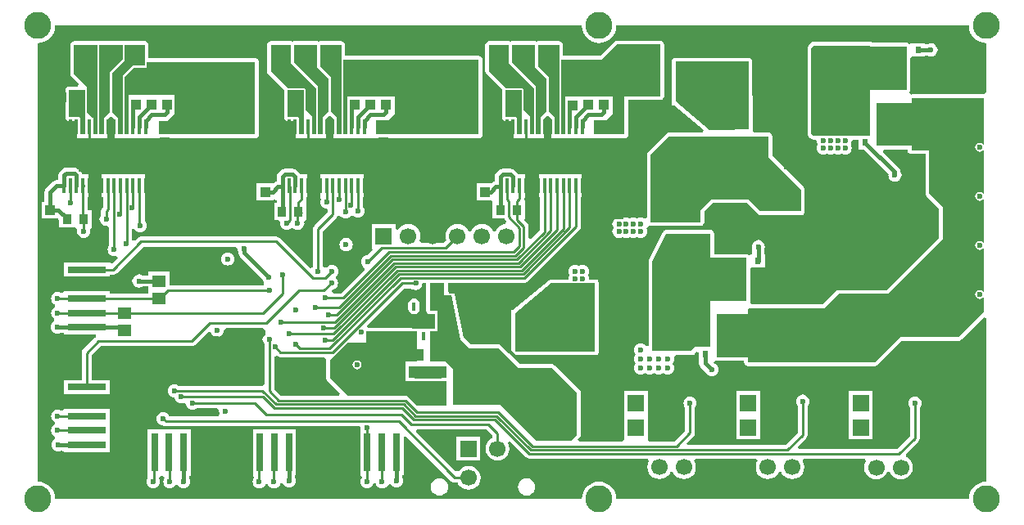
<source format=gtl>
G04*
G04 #@! TF.GenerationSoftware,Altium Limited,Altium Designer,19.0.15 (446)*
G04*
G04 Layer_Physical_Order=1*
G04 Layer_Color=255*
%FSLAX44Y44*%
%MOMM*%
G71*
G01*
G75*
%ADD15C,0.2540*%
%ADD17C,0.2286*%
%ADD19R,1.0000X1.0000*%
%ADD20R,3.4000X1.3000*%
%ADD21R,1.0000X1.0000*%
%ADD22R,2.3000X4.5000*%
%ADD23R,4.5000X2.3000*%
%ADD24R,1.8288X3.0226*%
%ADD25R,5.4000X3.3000*%
%ADD26R,0.4500X1.6000*%
%ADD27R,0.9000X1.0000*%
%ADD28R,1.4000X1.2000*%
%ADD29R,3.2766X3.3020*%
%ADD30R,3.0226X1.8288*%
%ADD31R,3.9878X7.0104*%
%ADD32O,0.4000X0.9000*%
%ADD33R,2.4000X1.6500*%
%ADD34R,1.5000X1.3000*%
%ADD36R,1.3000X1.5000*%
%ADD37R,0.7000X4.0000*%
%ADD38R,1.5000X2.3000*%
%ADD39R,4.0000X0.7000*%
%ADD40R,2.3000X1.5000*%
%ADD66C,2.8000*%
%ADD68R,0.6300X0.6500*%
%ADD69C,0.3556*%
%ADD70C,0.3810*%
%ADD71C,1.2700*%
%ADD72C,0.4572*%
%ADD73C,1.7000*%
%ADD74R,1.7000X1.7000*%
%ADD75C,4.0000*%
%ADD76R,4.0000X4.0000*%
%ADD77R,3.0000X2.0000*%
%ADD78R,1.7000X1.7000*%
%ADD79C,0.6000*%
G36*
X997448Y521509D02*
X998466Y518151D01*
X1000120Y515057D01*
X1002346Y512346D01*
X1005057Y510120D01*
X1008151Y508466D01*
X1011509Y507448D01*
X1015000Y507104D01*
Y456068D01*
X1013000Y453885D01*
X937750D01*
X936931Y453722D01*
X935932Y455531D01*
X935786Y456084D01*
X936541Y457213D01*
X936837Y458700D01*
Y481000D01*
Y490887D01*
X937891Y492990D01*
X939377Y492990D01*
X951811D01*
Y493685D01*
X954848D01*
X956222Y493115D01*
X958000Y492881D01*
X959778Y493115D01*
X961434Y493801D01*
X962857Y494893D01*
X963949Y496316D01*
X964635Y497972D01*
X964869Y499750D01*
X964635Y501528D01*
X963949Y503184D01*
X962857Y504607D01*
X961434Y505699D01*
X959778Y506385D01*
X958000Y506619D01*
X956222Y506385D01*
X955572Y506115D01*
X951811D01*
Y507110D01*
X938043D01*
X937891Y507110D01*
X937308Y506827D01*
X935351Y506279D01*
X934439Y506889D01*
X932952Y507185D01*
X897538D01*
X897497Y507247D01*
X896237Y508089D01*
X894750Y508385D01*
X837000D01*
X835513Y508089D01*
X834253Y507247D01*
X831503Y504497D01*
X830661Y503237D01*
X830365Y501750D01*
Y413000D01*
X830661Y411513D01*
X831503Y410253D01*
X833503Y408253D01*
X834763Y407411D01*
X836250Y407115D01*
X838684D01*
X839881Y405750D01*
X840115Y403972D01*
X840801Y402316D01*
X841044Y402000D01*
X840801Y401684D01*
X840115Y400028D01*
X839881Y398250D01*
X840115Y396472D01*
X840801Y394816D01*
X841893Y393393D01*
X843316Y392301D01*
X844972Y391615D01*
X846750Y391381D01*
X848528Y391615D01*
X850184Y392301D01*
X850500Y392544D01*
X850816Y392301D01*
X852472Y391615D01*
X854250Y391381D01*
X856028Y391615D01*
X857684Y392301D01*
X858000Y392544D01*
X858316Y392301D01*
X859972Y391615D01*
X861750Y391381D01*
X863528Y391615D01*
X865184Y392301D01*
X865500Y392544D01*
X865816Y392301D01*
X867472Y391615D01*
X869250Y391381D01*
X871028Y391615D01*
X872684Y392301D01*
X874107Y393393D01*
X875199Y394816D01*
X875885Y396472D01*
X876119Y398250D01*
X875885Y400028D01*
X875199Y401684D01*
X874956Y402000D01*
X875199Y402316D01*
X875885Y403972D01*
X876119Y405750D01*
X877316Y407115D01*
X883189D01*
Y396890D01*
X888319D01*
X914007Y371203D01*
X913881Y370250D01*
X914115Y368472D01*
X914801Y366816D01*
X915893Y365393D01*
X917316Y364301D01*
X918972Y363615D01*
X920750Y363381D01*
X922528Y363615D01*
X924184Y364301D01*
X925607Y365393D01*
X926699Y366816D01*
X927385Y368472D01*
X927619Y370250D01*
X927385Y372028D01*
X926699Y373684D01*
X926646Y373752D01*
X926219Y375901D01*
X924872Y377918D01*
X908320Y394469D01*
X909293Y396815D01*
X933865D01*
Y396000D01*
X934161Y394513D01*
X935003Y393253D01*
X936263Y392411D01*
X937750Y392115D01*
X952365D01*
Y351250D01*
X952661Y349763D01*
X953503Y348503D01*
X966365Y335641D01*
X966365Y305109D01*
X912391Y251135D01*
X862500Y251135D01*
X861013Y250839D01*
X859753Y249997D01*
X846141Y236385D01*
X772640D01*
X771505Y237931D01*
X771113Y238925D01*
X771337Y240050D01*
Y262350D01*
Y272237D01*
X772391Y274340D01*
X773877Y274340D01*
X786311D01*
Y288460D01*
X785641D01*
Y293280D01*
X786135Y294472D01*
X786369Y296250D01*
X786135Y298028D01*
X785449Y299684D01*
X784357Y301107D01*
X782934Y302199D01*
X781278Y302885D01*
X779500Y303119D01*
X777722Y302885D01*
X776066Y302199D01*
X774643Y301107D01*
X773551Y299684D01*
X772865Y298028D01*
X772631Y296250D01*
X772865Y294472D01*
X773210Y293640D01*
Y289279D01*
X772391Y288460D01*
X771808Y288177D01*
X769851Y287630D01*
X768939Y288239D01*
X767452Y288535D01*
X733885D01*
X733885Y309750D01*
X733589Y311237D01*
X732747Y312497D01*
X731487Y313339D01*
X730000Y313635D01*
X684498D01*
X683884Y313512D01*
X683262Y313433D01*
X683144Y313365D01*
X683012Y313339D01*
X682491Y312991D01*
X681947Y312679D01*
X681864Y312572D01*
X681751Y312497D01*
X681403Y311976D01*
X681020Y311479D01*
X666522Y282320D01*
X666486Y282189D01*
X666411Y282077D01*
X666289Y281462D01*
X666124Y280857D01*
X666142Y280723D01*
X666115Y280590D01*
X666115Y193836D01*
X665606Y193566D01*
X663575Y193171D01*
X662857Y194107D01*
X661434Y195198D01*
X659778Y195885D01*
X658000Y196119D01*
X656222Y195885D01*
X654566Y195198D01*
X653143Y194107D01*
X652051Y192684D01*
X651365Y191028D01*
X651131Y189250D01*
X651365Y187472D01*
X652051Y185816D01*
X652965Y184625D01*
X652051Y183434D01*
X651365Y181778D01*
X651131Y180000D01*
X651365Y178222D01*
X652051Y176566D01*
X652965Y175375D01*
X652051Y174184D01*
X651365Y172528D01*
X651131Y170750D01*
X651365Y168972D01*
X652051Y167316D01*
X653143Y165893D01*
X654566Y164802D01*
X656222Y164115D01*
X658000Y163881D01*
X659778Y164115D01*
X661434Y164802D01*
X662625Y165715D01*
X663816Y164802D01*
X665472Y164115D01*
X667250Y163881D01*
X669028Y164115D01*
X670684Y164802D01*
X671852Y165697D01*
X671893Y165643D01*
X673316Y164552D01*
X674972Y163865D01*
X676750Y163631D01*
X678528Y163865D01*
X680184Y164552D01*
X681375Y165465D01*
X682566Y164552D01*
X684222Y163865D01*
X686000Y163631D01*
X687778Y163865D01*
X689434Y164552D01*
X690857Y165643D01*
X691948Y167066D01*
X692635Y168722D01*
X692869Y170500D01*
X692635Y172278D01*
X691948Y173934D01*
X691035Y175125D01*
X691948Y176316D01*
X692635Y177972D01*
X692869Y179750D01*
X692635Y181528D01*
X692615Y181575D01*
X694312Y184115D01*
X709750D01*
X709864Y184138D01*
X713660D01*
Y186081D01*
X715386Y187473D01*
X717689Y186506D01*
Y177890D01*
X718285D01*
Y175750D01*
X718758Y173371D01*
X720105Y171355D01*
X725559Y165901D01*
X725801Y165316D01*
X726893Y163893D01*
X728316Y162801D01*
X729972Y162115D01*
X731750Y161881D01*
X733528Y162115D01*
X735184Y162801D01*
X736607Y163893D01*
X737699Y165316D01*
X738385Y166972D01*
X738619Y168750D01*
X738385Y170528D01*
X737699Y172184D01*
X736607Y173607D01*
X735184Y174699D01*
X733745Y175295D01*
X733218Y175822D01*
X733322Y176219D01*
X735061Y178111D01*
X736548Y177815D01*
X764866D01*
X764872Y176482D01*
X765021Y175750D01*
X765168Y175013D01*
X765173Y175006D01*
X765175Y174997D01*
X765594Y174376D01*
X766010Y173753D01*
X766018Y173748D01*
X766023Y173741D01*
X766647Y173327D01*
X767270Y172911D01*
X767279Y172909D01*
X767287Y172904D01*
X768021Y172762D01*
X768757Y172615D01*
X900000D01*
X901487Y172911D01*
X902747Y173753D01*
X927859Y198865D01*
X987000D01*
X988487Y199161D01*
X989747Y200003D01*
X1012653Y222910D01*
X1015000Y221938D01*
Y52896D01*
X1011509Y52552D01*
X1008151Y51534D01*
X1005057Y49880D01*
X1002346Y47655D01*
X1000120Y44943D01*
X998466Y41849D01*
X997448Y38491D01*
X997104Y35000D01*
X632896D01*
X632552Y38491D01*
X631534Y41849D01*
X629880Y44943D01*
X627654Y47655D01*
X624943Y49880D01*
X621849Y51534D01*
X618491Y52552D01*
X615000Y52896D01*
X611509Y52552D01*
X608151Y51534D01*
X605057Y49880D01*
X602346Y47655D01*
X600120Y44943D01*
X598466Y41849D01*
X597448Y38491D01*
X597104Y35000D01*
X52896D01*
X52552Y38491D01*
X51534Y41849D01*
X49880Y44943D01*
X47655Y47655D01*
X44943Y49880D01*
X41849Y51534D01*
X38491Y52552D01*
X35000Y52896D01*
Y507104D01*
X38491Y507448D01*
X41849Y508466D01*
X44943Y510120D01*
X47655Y512346D01*
X49880Y515057D01*
X51534Y518151D01*
X52552Y521509D01*
X52896Y525000D01*
X597104D01*
X597448Y521509D01*
X598466Y518151D01*
X600120Y515057D01*
X602346Y512346D01*
X605057Y510120D01*
X608151Y508466D01*
X611509Y507448D01*
X615000Y507104D01*
X618491Y507448D01*
X621849Y508466D01*
X624943Y510120D01*
X627654Y512346D01*
X629880Y515057D01*
X631534Y518151D01*
X632552Y521509D01*
X632896Y525000D01*
X997104D01*
X997448Y521509D01*
D02*
G37*
G36*
X894750Y503300D02*
X932952D01*
Y481000D01*
Y458700D01*
X894750D01*
Y411000D01*
X836250D01*
X834250Y413000D01*
Y501750D01*
X837000Y504500D01*
X894750D01*
Y503300D01*
D02*
G37*
G36*
X1013000Y402283D02*
X1011730Y401898D01*
X1011512Y402224D01*
X1010015Y403224D01*
X1008250Y403575D01*
X1006485Y403224D01*
X1004988Y402224D01*
X1003988Y400728D01*
X1003637Y398963D01*
X1003988Y397198D01*
X1004988Y395701D01*
X1006485Y394701D01*
X1008250Y394350D01*
X1010015Y394701D01*
X1011512Y395701D01*
X1011730Y396028D01*
X1013000Y395643D01*
Y351483D01*
X1011730Y351098D01*
X1011512Y351424D01*
X1010015Y352424D01*
X1008250Y352775D01*
X1006485Y352424D01*
X1004988Y351424D01*
X1003988Y349928D01*
X1003637Y348163D01*
X1003988Y346398D01*
X1004988Y344901D01*
X1006485Y343901D01*
X1008250Y343550D01*
X1010015Y343901D01*
X1011512Y344901D01*
X1011730Y345228D01*
X1013000Y344843D01*
Y300683D01*
X1011730Y300298D01*
X1011512Y300625D01*
X1010015Y301624D01*
X1008250Y301975D01*
X1006485Y301624D01*
X1004988Y300625D01*
X1003988Y299128D01*
X1003637Y297363D01*
X1003988Y295598D01*
X1004988Y294101D01*
X1006485Y293101D01*
X1008250Y292750D01*
X1010015Y293101D01*
X1011512Y294101D01*
X1011730Y294428D01*
X1013000Y294043D01*
Y249883D01*
X1011730Y249498D01*
X1011512Y249825D01*
X1010015Y250825D01*
X1008250Y251176D01*
X1006485Y250825D01*
X1004988Y249825D01*
X1003988Y248328D01*
X1003637Y246563D01*
X1003988Y244798D01*
X1004988Y243301D01*
X1006485Y242301D01*
X1008250Y241950D01*
X1010015Y242301D01*
X1011512Y243301D01*
X1011730Y243628D01*
X1013000Y243243D01*
Y237500D01*
X1013000Y228750D01*
X987000Y202750D01*
X926250D01*
X900000Y176500D01*
X768757D01*
X768733Y181700D01*
X736548D01*
Y204000D01*
Y226300D01*
X768529D01*
X768504Y231600D01*
X769400Y232500D01*
X847750D01*
X862500Y247250D01*
X914000Y247250D01*
X970250Y303500D01*
X970250Y337250D01*
X956250Y351250D01*
Y396000D01*
X937750D01*
Y400700D01*
X902048D01*
Y423000D01*
Y445300D01*
X937750D01*
Y450000D01*
X1013000D01*
Y402283D01*
D02*
G37*
G36*
X730000Y284650D02*
X767452D01*
Y262350D01*
Y240050D01*
X730000D01*
X730000Y192500D01*
X714250D01*
X709750Y188000D01*
X670000D01*
X670000Y280590D01*
X684498Y309750D01*
X730000D01*
X730000Y284650D01*
D02*
G37*
%LPC*%
G36*
X122750Y509135D02*
X98500D01*
X97500Y508936D01*
X96500Y509135D01*
X72250D01*
X70763Y508839D01*
X69503Y507997D01*
X68661Y506737D01*
X68365Y505250D01*
Y475200D01*
X68661Y473713D01*
X69503Y472453D01*
X77475Y464481D01*
X76503Y462135D01*
X67250D01*
X65763Y461839D01*
X64503Y460997D01*
X63661Y459737D01*
X63365Y458250D01*
Y430286D01*
X63661Y428799D01*
X64503Y427539D01*
X65763Y426697D01*
X67250Y426401D01*
X75115D01*
Y412500D01*
X75190Y412125D01*
Y408690D01*
X78625D01*
X79000Y408615D01*
X83500D01*
X83875Y408690D01*
X87310D01*
Y408690D01*
X88190D01*
Y408690D01*
X91625D01*
X92000Y408615D01*
X96500D01*
X96875Y408690D01*
X98125D01*
X98500Y408615D01*
X103000D01*
X103375Y408690D01*
X106810D01*
Y412125D01*
X106885Y412500D01*
X106885Y427891D01*
X109230Y430236D01*
X111770D01*
X114115Y427891D01*
X114115Y412500D01*
X114190Y412125D01*
Y408690D01*
X117625D01*
X118000Y408615D01*
X122500D01*
X122875Y408690D01*
X124125D01*
X124500Y408615D01*
X129000D01*
X129375Y408690D01*
X145401D01*
X145411Y408615D01*
X145411Y408615D01*
X159820Y408615D01*
X259500Y408615D01*
X260987Y408911D01*
X262247Y409753D01*
X263089Y411013D01*
X263385Y412500D01*
Y487250D01*
X263385Y487250D01*
X263385Y487250D01*
X263197Y488191D01*
X263089Y488736D01*
X263089Y488737D01*
X263089Y488737D01*
X262985Y488987D01*
X262478Y489746D01*
X262143Y490247D01*
X262143Y490247D01*
X262143Y490247D01*
X261642Y490582D01*
X260883Y491089D01*
X260883Y491089D01*
X260883Y491089D01*
X260338Y491197D01*
X259396Y491385D01*
X149385D01*
X149385Y505250D01*
X149089Y506737D01*
X148247Y507997D01*
X146987Y508839D01*
X145500Y509135D01*
X124750D01*
X123750Y508936D01*
X122750Y509135D01*
D02*
G37*
G36*
X348500D02*
X326500D01*
X325013Y508839D01*
X325000Y508830D01*
X324987Y508839D01*
X323500Y509135D01*
X299500D01*
X298013Y508839D01*
X298000Y508830D01*
X297987Y508839D01*
X296500Y509135D01*
X275750D01*
X274263Y508839D01*
X273003Y507997D01*
X272161Y506737D01*
X271865Y505250D01*
Y478000D01*
X272161Y476513D01*
X273003Y475253D01*
X289472Y458785D01*
X289365Y458250D01*
Y430286D01*
X289661Y428799D01*
X290503Y427539D01*
X291763Y426697D01*
X293250Y426401D01*
X301115D01*
Y412500D01*
X301190Y412125D01*
Y408690D01*
X304625D01*
X305000Y408615D01*
X309500D01*
X309875Y408690D01*
X313310D01*
Y408690D01*
X314190D01*
Y408690D01*
X317625D01*
X318000Y408615D01*
X321602Y408615D01*
X321978Y408690D01*
X324125D01*
X324500Y408615D01*
X329000D01*
X329375Y408690D01*
X332810D01*
Y412125D01*
X332885Y412500D01*
X332885Y428494D01*
X336574Y432112D01*
X340115Y428571D01*
X340115Y412500D01*
X340190Y412125D01*
Y408690D01*
X343625D01*
X344000Y408615D01*
X348500D01*
X348875Y408690D01*
X350088D01*
X350340Y408623D01*
X350464Y408640D01*
X350586Y408615D01*
X354102Y408615D01*
X354478Y408690D01*
X378310D01*
X378385Y408615D01*
X490500D01*
X491987Y408911D01*
X493247Y409753D01*
X494089Y411013D01*
X494385Y412500D01*
X494385Y490000D01*
X494089Y491487D01*
X493247Y492747D01*
X491987Y493589D01*
X490500Y493885D01*
X352385Y493885D01*
Y505250D01*
X352089Y506737D01*
X351247Y507997D01*
X349987Y508839D01*
X348500Y509135D01*
D02*
G37*
G36*
X678250Y509385D02*
X633250D01*
X631763Y509089D01*
X630503Y508247D01*
X616141Y493885D01*
X577685Y493885D01*
Y505250D01*
X577389Y506737D01*
X576547Y507997D01*
X575287Y508839D01*
X573800Y509135D01*
X551800D01*
X550313Y508839D01*
X550300Y508830D01*
X550287Y508839D01*
X548800Y509135D01*
X524800D01*
X523313Y508839D01*
X523300Y508830D01*
X523287Y508839D01*
X521800Y509135D01*
X501050D01*
X499563Y508839D01*
X498303Y507997D01*
X497461Y506737D01*
X497165Y505250D01*
Y478000D01*
X497461Y476513D01*
X498303Y475253D01*
X514772Y458785D01*
X514665Y458250D01*
Y430286D01*
X514961Y428799D01*
X515803Y427539D01*
X517063Y426697D01*
X518550Y426401D01*
X526415D01*
Y412500D01*
X526490Y412125D01*
Y408690D01*
X529925D01*
X530300Y408615D01*
X534800D01*
X535175Y408690D01*
X538610D01*
Y408690D01*
X539490D01*
Y408690D01*
X542925D01*
X543300Y408615D01*
X546902Y408615D01*
X547277Y408690D01*
X549425D01*
X549800Y408615D01*
X554300D01*
X554675Y408690D01*
X558110D01*
Y412125D01*
X558185Y412500D01*
X558185Y428494D01*
X561874Y432112D01*
X565415Y428571D01*
X565415Y412500D01*
X565490Y412125D01*
Y408690D01*
X568925D01*
X569300Y408615D01*
X573800D01*
X574175Y408690D01*
X575346D01*
X575598Y408623D01*
X575721Y408640D01*
X575843Y408615D01*
X579359Y408615D01*
X579734Y408690D01*
X609433D01*
X609433Y408690D01*
X610376Y408616D01*
X610386Y408618D01*
X610414Y408615D01*
X611942Y408615D01*
X641250Y408615D01*
X642737Y408911D01*
X643997Y409753D01*
X644839Y411013D01*
X645135Y412500D01*
X645135Y448115D01*
X678250Y448115D01*
X679737Y448411D01*
X680997Y449253D01*
X681839Y450513D01*
X682135Y452000D01*
X682135Y505500D01*
X681839Y506987D01*
X680997Y508247D01*
X679737Y509089D01*
X678250Y509385D01*
D02*
G37*
G36*
X769500Y491885D02*
X694000D01*
X692513Y491589D01*
X691253Y490747D01*
X690411Y489487D01*
X690115Y488000D01*
Y446750D01*
X690145Y446601D01*
X690127Y446450D01*
X690190Y446225D01*
Y442690D01*
X692769D01*
X723049Y416767D01*
X722168Y414385D01*
X687500Y414385D01*
X686013Y414089D01*
X684753Y413247D01*
X665503Y393997D01*
X664661Y392737D01*
X664365Y391250D01*
Y326651D01*
X661825Y325398D01*
X661434Y325699D01*
X659778Y326385D01*
X658000Y326619D01*
X656222Y326385D01*
X654566Y325699D01*
X654250Y325456D01*
X653934Y325699D01*
X652278Y326385D01*
X650500Y326619D01*
X648722Y326385D01*
X647066Y325699D01*
X646750Y325456D01*
X646434Y325699D01*
X644778Y326385D01*
X643000Y326619D01*
X641222Y326385D01*
X639566Y325699D01*
X639250Y325456D01*
X638934Y325699D01*
X637278Y326385D01*
X635500Y326619D01*
X633722Y326385D01*
X632066Y325699D01*
X630643Y324607D01*
X629552Y323184D01*
X628865Y321528D01*
X628631Y319750D01*
X628865Y317972D01*
X629552Y316316D01*
X629794Y316000D01*
X629552Y315684D01*
X628865Y314028D01*
X628631Y312250D01*
X628865Y310472D01*
X629552Y308816D01*
X630643Y307393D01*
X632066Y306301D01*
X633722Y305615D01*
X635500Y305381D01*
X637278Y305615D01*
X638934Y306301D01*
X639250Y306544D01*
X639566Y306301D01*
X641222Y305615D01*
X643000Y305381D01*
X644778Y305615D01*
X646434Y306301D01*
X646750Y306544D01*
X647066Y306301D01*
X648722Y305615D01*
X650500Y305381D01*
X652278Y305615D01*
X653934Y306301D01*
X654250Y306544D01*
X654566Y306301D01*
X656222Y305615D01*
X658000Y305381D01*
X659778Y305615D01*
X661434Y306301D01*
X662857Y307393D01*
X663949Y308816D01*
X664635Y310472D01*
X664869Y312250D01*
X664635Y314028D01*
X663949Y315684D01*
X665793Y317453D01*
X666652Y317858D01*
X667178Y317829D01*
X668250Y317615D01*
X719500D01*
X720986Y317911D01*
X721237Y318015D01*
X722497Y318857D01*
X723339Y320117D01*
X723635Y321604D01*
Y332766D01*
X732234Y341365D01*
X767766D01*
X779128Y330003D01*
X780388Y329161D01*
X781875Y328865D01*
X823750D01*
X825237Y329161D01*
X826497Y330003D01*
X827339Y331263D01*
X827635Y332750D01*
X827635Y355250D01*
X827339Y356736D01*
X826497Y357997D01*
X810872Y373622D01*
X810860Y373629D01*
X810853Y373641D01*
X793885Y390375D01*
Y410500D01*
X793589Y411987D01*
X792747Y413247D01*
X791487Y414089D01*
X790000Y414385D01*
X775303D01*
X774781Y414822D01*
X773513Y416767D01*
X773520Y416925D01*
X773635Y417514D01*
X773385Y488014D01*
X773235Y488751D01*
X773089Y489487D01*
X773085Y489492D01*
X773084Y489499D01*
X772663Y490125D01*
X772247Y490747D01*
X772241Y490751D01*
X772237Y490757D01*
X771609Y491173D01*
X770987Y491589D01*
X770980Y491590D01*
X770974Y491594D01*
X770235Y491738D01*
X769500Y491885D01*
D02*
G37*
G36*
X523602Y376827D02*
X515300D01*
X513070Y376383D01*
X511180Y375120D01*
X508930Y372870D01*
X507887Y371310D01*
X506990D01*
Y363866D01*
X505820Y363633D01*
X503930Y362370D01*
X503369Y361810D01*
X488190D01*
Y344190D01*
X502668D01*
X504740Y343060D01*
X504740Y342093D01*
Y325440D01*
X517010D01*
X517084Y325067D01*
X518179Y323429D01*
X519412Y322196D01*
X518398Y319618D01*
X516236Y319333D01*
X513242Y318093D01*
X510670Y316120D01*
X508697Y313548D01*
X508125Y312166D01*
X505375D01*
X504803Y313548D01*
X502830Y316120D01*
X500258Y318093D01*
X497263Y319333D01*
X494050Y319756D01*
X490836Y319333D01*
X487842Y318093D01*
X485270Y316120D01*
X483297Y313548D01*
X482725Y312166D01*
X479975D01*
X479403Y313548D01*
X477430Y316120D01*
X474858Y318093D01*
X471864Y319333D01*
X468650Y319756D01*
X465436Y319333D01*
X462442Y318093D01*
X459870Y316120D01*
X457897Y313548D01*
X456657Y310554D01*
X456234Y307340D01*
X456657Y304126D01*
X457083Y303098D01*
X453915Y299930D01*
X430719D01*
X429157Y302470D01*
X429843Y304126D01*
X430266Y307340D01*
X429843Y310554D01*
X428603Y313548D01*
X426630Y316120D01*
X424058Y318093D01*
X421063Y319333D01*
X417850Y319756D01*
X414636Y319333D01*
X411642Y318093D01*
X409070Y316120D01*
X407300Y313812D01*
X406401Y313841D01*
X404760Y314529D01*
Y319650D01*
X380140D01*
Y295030D01*
X380140D01*
X381038Y292863D01*
X375475Y287300D01*
X374222Y287135D01*
X372566Y286448D01*
X371143Y285357D01*
X370051Y283934D01*
X369365Y282278D01*
X369131Y280500D01*
X369365Y278722D01*
X370051Y277066D01*
X371143Y275643D01*
X371908Y275056D01*
X372416Y272791D01*
X372340Y271896D01*
X348494Y248050D01*
X340354D01*
X339001Y250590D01*
X339833Y251828D01*
X340116Y251865D01*
X341772Y252551D01*
X343195Y253643D01*
X344286Y255066D01*
X344973Y256722D01*
X345207Y258500D01*
X344973Y260278D01*
X344286Y261934D01*
X343643Y262773D01*
X343230Y263495D01*
X343857Y265976D01*
X344949Y267398D01*
X345635Y269055D01*
X345869Y270833D01*
X345635Y272610D01*
X344949Y274267D01*
X343857Y275690D01*
X342435Y276781D01*
X340778Y277467D01*
X339000Y277701D01*
X337222Y277467D01*
X335566Y276781D01*
X334143Y275690D01*
X333663Y275064D01*
X331073Y274895D01*
X330636Y275033D01*
X329430Y276307D01*
Y312355D01*
X343413Y326338D01*
X344377Y327781D01*
X345186Y328043D01*
X347145Y328118D01*
X347893Y327143D01*
X349316Y326051D01*
X350972Y325365D01*
X352750Y325131D01*
X354528Y325365D01*
X356184Y326051D01*
X357607Y327143D01*
X358158Y327861D01*
X360705Y328219D01*
X361114Y328148D01*
X361241Y328068D01*
X362566Y327052D01*
X364222Y326365D01*
X366000Y326131D01*
X367778Y326365D01*
X369434Y327052D01*
X370857Y328143D01*
X371949Y329566D01*
X372635Y331222D01*
X372869Y333000D01*
X372635Y334778D01*
X371949Y336434D01*
X371054Y337599D01*
Y347690D01*
X371810D01*
Y371310D01*
X327190D01*
Y347690D01*
X327190Y347690D01*
X327373Y345150D01*
X327115Y344528D01*
X326881Y342750D01*
X327115Y340972D01*
X327802Y339316D01*
X328893Y337893D01*
X330316Y336801D01*
X331972Y336115D01*
X333750Y335881D01*
X334571Y335162D01*
Y332145D01*
X320588Y318162D01*
X319465Y316482D01*
X319070Y314500D01*
Y275187D01*
X318771Y274796D01*
X316595Y274292D01*
X315622Y274353D01*
X284813Y305163D01*
X283132Y306285D01*
X281150Y306679D01*
X141750D01*
X139768Y306285D01*
X138088Y305163D01*
X135392Y302467D01*
X132482Y302929D01*
X132370Y303037D01*
X131805Y303774D01*
Y314560D01*
X134345Y315065D01*
X134551Y314566D01*
X135643Y313143D01*
X137066Y312052D01*
X138722Y311365D01*
X140500Y311131D01*
X142278Y311365D01*
X143934Y312052D01*
X145357Y313143D01*
X146448Y314566D01*
X147135Y316222D01*
X147369Y318000D01*
X147135Y319778D01*
X146448Y321434D01*
X145357Y322857D01*
X145304Y322897D01*
Y347690D01*
X145810D01*
Y371310D01*
X101190D01*
Y347690D01*
X102071D01*
Y336645D01*
X101838Y336413D01*
X100715Y334732D01*
X100321Y332750D01*
Y328937D01*
X99551Y327934D01*
X98865Y326278D01*
X98631Y324500D01*
X98865Y322722D01*
X99551Y321066D01*
X100643Y319643D01*
X102066Y318552D01*
X103722Y317865D01*
X105500Y317631D01*
X106030Y317701D01*
X108570Y315902D01*
Y297683D01*
X107860Y296757D01*
X107174Y295101D01*
X106940Y293323D01*
X107174Y291545D01*
X107860Y289888D01*
X108952Y288466D01*
X110374Y287374D01*
X112031Y286688D01*
X113809Y286454D01*
X115587Y286688D01*
X116328Y286995D01*
X117767Y284842D01*
X111740Y278815D01*
X109200Y279867D01*
Y279880D01*
X61580D01*
Y265260D01*
X109200D01*
Y267390D01*
X112820D01*
X114802Y267785D01*
X116482Y268908D01*
X143895Y296320D01*
X239219D01*
X241381Y294000D01*
X241615Y292222D01*
X242302Y290566D01*
X242423Y290407D01*
Y289750D01*
X242867Y287520D01*
X244130Y285630D01*
X266589Y263170D01*
X266615Y262972D01*
X267302Y261316D01*
X268393Y259893D01*
X268225Y256944D01*
X267819Y256430D01*
X170810D01*
Y270560D01*
X149190D01*
Y266547D01*
X142953D01*
X142794Y266668D01*
X141138Y267355D01*
X139360Y267589D01*
X137582Y267355D01*
X135926Y266668D01*
X134503Y265577D01*
X133411Y264154D01*
X132725Y262498D01*
X132491Y260720D01*
X132725Y258942D01*
X133411Y257285D01*
X134503Y255863D01*
X135926Y254771D01*
X137582Y254085D01*
X139360Y253851D01*
X141138Y254085D01*
X142794Y254771D01*
X142953Y254893D01*
X149190D01*
Y247750D01*
X109200D01*
Y249880D01*
X61580D01*
Y249406D01*
X59040Y248353D01*
X58824Y248519D01*
X57168Y249205D01*
X55390Y249439D01*
X53612Y249205D01*
X51956Y248519D01*
X50533Y247427D01*
X49441Y246004D01*
X48755Y244348D01*
X48521Y242570D01*
X48755Y240792D01*
X49441Y239136D01*
X50533Y237713D01*
X51956Y236621D01*
X52382Y236445D01*
Y233695D01*
X51956Y233519D01*
X50533Y232427D01*
X49441Y231004D01*
X48755Y229348D01*
X48521Y227570D01*
X48755Y225792D01*
X49441Y224136D01*
X50533Y222713D01*
X51956Y221621D01*
X52095Y221564D01*
Y218814D01*
X51816Y218699D01*
X50393Y217607D01*
X49302Y216184D01*
X48615Y214528D01*
X48381Y212750D01*
X48615Y210972D01*
X49302Y209316D01*
X50393Y207893D01*
X51816Y206801D01*
X53472Y206115D01*
X55250Y205881D01*
X57028Y206115D01*
X58684Y206801D01*
X58843Y206923D01*
X61580D01*
Y205260D01*
X94624D01*
X94703Y205063D01*
X95046Y202720D01*
X93837Y201912D01*
X93837Y201912D01*
X81728Y189802D01*
X80605Y188122D01*
X80211Y186140D01*
Y158214D01*
X61580D01*
Y143594D01*
X109200D01*
Y158214D01*
X90569D01*
Y183995D01*
X99645Y193071D01*
X194000D01*
X195982Y193465D01*
X197663Y194587D01*
X211148Y208074D01*
X212257Y207977D01*
X213967Y207300D01*
X214426Y206191D01*
X215518Y204768D01*
X216941Y203676D01*
X218597Y202990D01*
X220375Y202756D01*
X222153Y202990D01*
X223809Y203676D01*
X225232Y204768D01*
X226324Y206191D01*
X227010Y207847D01*
X227244Y209625D01*
X229478Y211821D01*
X267762D01*
X270000Y209490D01*
Y205515D01*
X269143Y204857D01*
X268051Y203434D01*
X267365Y201778D01*
X267131Y200000D01*
X267365Y198222D01*
X268051Y196566D01*
X268950Y195395D01*
Y154163D01*
X266971Y151967D01*
X180388D01*
X179434Y152698D01*
X177778Y153385D01*
X176000Y153619D01*
X174222Y153385D01*
X172566Y152698D01*
X171143Y151607D01*
X170051Y150184D01*
X169365Y148528D01*
X169131Y146750D01*
X169365Y144972D01*
X170051Y143316D01*
X171143Y141893D01*
X172566Y140801D01*
X174222Y140115D01*
X176000Y139881D01*
X176306Y139922D01*
X176365Y139472D01*
X177052Y137816D01*
X178143Y136393D01*
X179566Y135302D01*
X181222Y134615D01*
X183000Y134381D01*
X184778Y134615D01*
X185172Y134778D01*
X185944Y134534D01*
X187678Y133309D01*
X187734Y133220D01*
X187865Y132222D01*
X188552Y130566D01*
X189643Y129143D01*
X191066Y128052D01*
X192722Y127365D01*
X194500Y127131D01*
X196278Y127365D01*
X197934Y128052D01*
X198937Y128820D01*
X220546D01*
X222234Y126280D01*
X222131Y125500D01*
X222365Y123722D01*
X222677Y122970D01*
X221570Y120820D01*
X221105Y120429D01*
X170968D01*
X170448Y121684D01*
X169357Y123107D01*
X167934Y124199D01*
X166278Y124885D01*
X164500Y125119D01*
X162722Y124885D01*
X161066Y124199D01*
X159643Y123107D01*
X158552Y121684D01*
X157865Y120028D01*
X157631Y118250D01*
X157865Y116472D01*
X158552Y114816D01*
X159643Y113393D01*
X161066Y112302D01*
X162722Y111615D01*
X164060Y111439D01*
X165518Y110465D01*
X167500Y110070D01*
X367254D01*
X368631Y108500D01*
X368710Y107903D01*
X368190Y107310D01*
X368190D01*
Y59690D01*
X368716D01*
X369601Y57150D01*
X369052Y56434D01*
X368365Y54778D01*
X368131Y53000D01*
X368365Y51222D01*
X369052Y49566D01*
X370143Y48143D01*
X371566Y47051D01*
X373222Y46365D01*
X375000Y46131D01*
X376778Y46365D01*
X378434Y47051D01*
X379857Y48143D01*
X380948Y49566D01*
X381635Y51222D01*
X384115Y51222D01*
X384801Y49566D01*
X385893Y48143D01*
X387316Y47051D01*
X388972Y46365D01*
X390750Y46131D01*
X392528Y46365D01*
X394184Y47051D01*
X395607Y48143D01*
X396698Y49566D01*
X396854Y49941D01*
X399172Y50048D01*
X399619Y49978D01*
X400643Y48643D01*
X402066Y47551D01*
X403722Y46865D01*
X405500Y46631D01*
X407278Y46865D01*
X408934Y47551D01*
X410357Y48643D01*
X411449Y50066D01*
X412135Y51722D01*
X412369Y53500D01*
X412135Y55278D01*
X411449Y56934D01*
X411327Y57093D01*
Y59690D01*
X412810D01*
Y99546D01*
X415157Y100518D01*
X462337Y53337D01*
X464018Y52215D01*
X466000Y51821D01*
X468821D01*
X469247Y50792D01*
X471220Y48220D01*
X473792Y46247D01*
X476786Y45007D01*
X480000Y44584D01*
X483214Y45007D01*
X486208Y46247D01*
X488780Y48220D01*
X490753Y50792D01*
X491993Y53787D01*
X492416Y57000D01*
X491993Y60214D01*
X490753Y63208D01*
X488780Y65780D01*
X486208Y67753D01*
X483214Y68993D01*
X480000Y69416D01*
X476786Y68993D01*
X473792Y67753D01*
X471220Y65780D01*
X469882Y64035D01*
X467337Y63534D01*
X466679Y63646D01*
X425851Y104474D01*
X426823Y106820D01*
X498355D01*
X504650Y100526D01*
X504381Y97997D01*
X503792Y97753D01*
X501220Y95780D01*
X499247Y93208D01*
X498007Y90214D01*
X497584Y87000D01*
X498007Y83786D01*
X499247Y80792D01*
X501220Y78220D01*
X503792Y76247D01*
X506786Y75007D01*
X510000Y74584D01*
X513214Y75007D01*
X516208Y76247D01*
X518780Y78220D01*
X520753Y80792D01*
X521993Y83786D01*
X522416Y87000D01*
X521993Y90214D01*
X520753Y93208D01*
X520571Y93445D01*
X522485Y95124D01*
X539429Y78179D01*
X541067Y77084D01*
X543000Y76700D01*
X665488D01*
X666611Y74422D01*
X666447Y74208D01*
X665207Y71213D01*
X664784Y68000D01*
X665207Y64786D01*
X666447Y61792D01*
X668420Y59220D01*
X670992Y57247D01*
X673987Y56007D01*
X677200Y55584D01*
X680414Y56007D01*
X683408Y57247D01*
X685980Y59220D01*
X687953Y61792D01*
X688525Y63174D01*
X691275D01*
X691847Y61792D01*
X693820Y59220D01*
X696392Y57247D01*
X699387Y56007D01*
X702600Y55584D01*
X705814Y56007D01*
X708808Y57247D01*
X711380Y59220D01*
X713353Y61792D01*
X714593Y64786D01*
X715016Y68000D01*
X714593Y71213D01*
X713353Y74208D01*
X713189Y74422D01*
X714312Y76700D01*
X777563D01*
X778686Y74422D01*
X778522Y74208D01*
X777282Y71213D01*
X776859Y68000D01*
X777282Y64786D01*
X778522Y61792D01*
X780495Y59220D01*
X783067Y57247D01*
X786061Y56007D01*
X789275Y55584D01*
X792489Y56007D01*
X795483Y57247D01*
X798055Y59220D01*
X800028Y61792D01*
X800600Y63174D01*
X803350D01*
X803922Y61792D01*
X805895Y59220D01*
X808467Y57247D01*
X811461Y56007D01*
X814675Y55584D01*
X817889Y56007D01*
X820883Y57247D01*
X823455Y59220D01*
X825428Y61792D01*
X826668Y64786D01*
X827091Y68000D01*
X826668Y71213D01*
X825428Y74208D01*
X825264Y74422D01*
X826387Y76700D01*
X889691D01*
X890944Y74160D01*
X890597Y73708D01*
X889357Y70714D01*
X888934Y67500D01*
X889357Y64286D01*
X890597Y61292D01*
X892570Y58720D01*
X895142Y56747D01*
X898136Y55507D01*
X901350Y55084D01*
X904564Y55507D01*
X907558Y56747D01*
X910130Y58720D01*
X912103Y61292D01*
X912675Y62674D01*
X915425D01*
X915997Y61292D01*
X917970Y58720D01*
X920542Y56747D01*
X923536Y55507D01*
X926750Y55084D01*
X929964Y55507D01*
X932958Y56747D01*
X935530Y58720D01*
X937503Y61292D01*
X938743Y64286D01*
X939166Y67500D01*
X938743Y70714D01*
X937503Y73708D01*
X935530Y76280D01*
X932958Y78253D01*
X932448Y78464D01*
X931852Y81460D01*
X944821Y94429D01*
X945916Y96067D01*
X946300Y98000D01*
Y129645D01*
X947198Y130816D01*
X947885Y132472D01*
X948119Y134250D01*
X947885Y136028D01*
X947198Y137684D01*
X946107Y139107D01*
X944684Y140198D01*
X943028Y140885D01*
X941250Y141119D01*
X939472Y140885D01*
X937816Y140198D01*
X936393Y139107D01*
X935302Y137684D01*
X934615Y136028D01*
X934381Y134250D01*
X934615Y132472D01*
X935302Y130816D01*
X936200Y129645D01*
Y100092D01*
X922908Y86800D01*
X821510D01*
X820538Y89147D01*
X828821Y97429D01*
X829916Y99067D01*
X830300Y101000D01*
Y131645D01*
X831199Y132816D01*
X831885Y134472D01*
X832119Y136250D01*
X831885Y138028D01*
X831199Y139684D01*
X830107Y141107D01*
X828684Y142198D01*
X827028Y142885D01*
X825250Y143119D01*
X823472Y142885D01*
X821816Y142198D01*
X820393Y141107D01*
X819302Y139684D01*
X818615Y138028D01*
X818381Y136250D01*
X818615Y134472D01*
X819302Y132816D01*
X820200Y131645D01*
Y103092D01*
X807718Y90610D01*
X706571D01*
X705599Y92957D01*
X712571Y99929D01*
X713666Y101567D01*
X714050Y103500D01*
Y129645D01*
X714949Y130816D01*
X715635Y132472D01*
X715869Y134250D01*
X715635Y136028D01*
X714949Y137684D01*
X713857Y139107D01*
X712434Y140198D01*
X710778Y140885D01*
X709000Y141119D01*
X707222Y140885D01*
X705566Y140198D01*
X704143Y139107D01*
X703052Y137684D01*
X702365Y136028D01*
X702131Y134250D01*
X702365Y132472D01*
X703052Y130816D01*
X703950Y129645D01*
Y105592D01*
X692778Y94420D01*
X666324D01*
X665310Y96540D01*
X665310Y96960D01*
Y119400D01*
X665310Y121160D01*
X665310Y123700D01*
Y146560D01*
X640690D01*
Y123700D01*
X640690Y121940D01*
X640690Y119400D01*
Y96960D01*
X640690Y96540D01*
X639676Y94420D01*
X593982D01*
X593010Y96767D01*
X594997Y98753D01*
X595839Y100013D01*
X596135Y101500D01*
Y144750D01*
X595839Y146237D01*
X594997Y147497D01*
X569075Y173418D01*
X567815Y174261D01*
X566329Y174556D01*
X533188D01*
X526088Y181656D01*
X527339Y183997D01*
X528000Y183865D01*
X610750D01*
X612121Y184138D01*
X613838D01*
Y185514D01*
X614339Y186263D01*
X614635Y187750D01*
Y258250D01*
X614339Y259737D01*
X613838Y260486D01*
Y261862D01*
X612121D01*
X610750Y262135D01*
X605409D01*
X604869Y262750D01*
X604635Y264528D01*
X603949Y266184D01*
X603515Y266750D01*
X603949Y267316D01*
X604635Y268972D01*
X604869Y270750D01*
X604635Y272528D01*
X603949Y274184D01*
X602857Y275607D01*
X601434Y276698D01*
X599778Y277385D01*
X598000Y277619D01*
X596222Y277385D01*
X594566Y276698D01*
X594000Y276264D01*
X593434Y276698D01*
X591778Y277385D01*
X590000Y277619D01*
X588222Y277385D01*
X586566Y276698D01*
X585143Y275607D01*
X584052Y274184D01*
X583365Y272528D01*
X583131Y270750D01*
X583365Y268972D01*
X584052Y267316D01*
X584486Y266750D01*
X584052Y266184D01*
X583365Y264528D01*
X583131Y262750D01*
X582592Y262135D01*
X565250D01*
X564678Y262021D01*
X564097Y261960D01*
X563939Y261874D01*
X563763Y261839D01*
X563278Y261515D01*
X562765Y261236D01*
X526205Y230810D01*
X524190D01*
Y227802D01*
X524132Y227604D01*
X524150Y227426D01*
X524115Y227250D01*
Y187750D01*
X524247Y187089D01*
X521906Y185838D01*
X513997Y193747D01*
X512737Y194589D01*
X511250Y194885D01*
X482609D01*
X475289Y202204D01*
X465817Y246561D01*
X465676Y246888D01*
X465607Y247236D01*
X465380Y247577D01*
X465218Y247953D01*
X464963Y248201D01*
X464765Y248497D01*
X464425Y248724D01*
X464131Y249010D01*
X463800Y249141D01*
X463505Y249339D01*
X463103Y249419D01*
X462723Y249570D01*
X462367Y249565D01*
X462018Y249635D01*
X458635D01*
X458635Y258500D01*
X459061Y259020D01*
X538037D01*
X539970Y259404D01*
X541608Y260499D01*
X594621Y313512D01*
X595716Y315150D01*
X596100Y317083D01*
Y347690D01*
X597110D01*
Y371310D01*
X552490D01*
Y347690D01*
X553500D01*
Y313615D01*
X544207Y304322D01*
X541860Y305294D01*
Y317440D01*
X541476Y319373D01*
X540381Y321011D01*
X537655Y323737D01*
X538360Y325440D01*
X538360D01*
Y343060D01*
X538360D01*
X537722Y345150D01*
X538610Y347690D01*
X538610D01*
Y371310D01*
X531081D01*
X530170Y372672D01*
X527722Y375120D01*
X525832Y376383D01*
X523602Y376827D01*
D02*
G37*
G36*
X298052Y377077D02*
X290250D01*
X288020Y376633D01*
X286130Y375370D01*
X283630Y372870D01*
X282587Y371310D01*
X281690D01*
Y363866D01*
X280520Y363633D01*
X278630Y362370D01*
X278069Y361810D01*
X261190D01*
Y344190D01*
X278810D01*
Y345052D01*
X278908Y345196D01*
X279383Y345439D01*
X281923Y343883D01*
Y341435D01*
X279065D01*
Y323815D01*
X283543D01*
X285233Y321275D01*
X285131Y320500D01*
X285365Y318722D01*
X286052Y317066D01*
X287143Y315643D01*
X288566Y314552D01*
X290222Y313865D01*
X292000Y313631D01*
X293778Y313865D01*
X295434Y314552D01*
X296857Y315643D01*
X298643D01*
X300066Y314552D01*
X301722Y313865D01*
X303500Y313631D01*
X305278Y313865D01*
X306934Y314552D01*
X308357Y315643D01*
X309449Y317066D01*
X310135Y318722D01*
X310369Y320500D01*
X310267Y321275D01*
X311957Y323815D01*
X312685D01*
Y341435D01*
X312685Y341435D01*
X312226Y343975D01*
X312430Y345000D01*
Y347690D01*
X313310D01*
Y371310D01*
X305781D01*
X304870Y372672D01*
X302172Y375370D01*
X300282Y376633D01*
X298052Y377077D01*
D02*
G37*
G36*
X72518Y378327D02*
X64250D01*
X62020Y377883D01*
X60130Y376620D01*
X57630Y374120D01*
X56367Y372230D01*
X56184Y371310D01*
X55690D01*
Y365327D01*
X54500D01*
X52270Y364883D01*
X50380Y363620D01*
X43380Y356620D01*
X42117Y354730D01*
X41673Y352500D01*
Y342810D01*
X38690D01*
Y325190D01*
X56310D01*
X56690Y322807D01*
Y316190D01*
X73310D01*
Y316190D01*
X73690D01*
X75395Y314421D01*
X75683Y313650D01*
X75499Y312250D01*
X75733Y310472D01*
X76419Y308816D01*
X77511Y307393D01*
X78933Y306301D01*
X80590Y305615D01*
X82368Y305381D01*
X84145Y305615D01*
X85802Y306301D01*
X87225Y307393D01*
X88316Y308816D01*
X89002Y310472D01*
X89236Y312250D01*
X89052Y313650D01*
X89219Y314098D01*
X90310Y316190D01*
X90310Y316190D01*
X90310Y316190D01*
Y333810D01*
X86775D01*
Y347690D01*
X87310D01*
Y358592D01*
X87422Y359155D01*
X87310Y359718D01*
Y371310D01*
X80370D01*
X80133Y372498D01*
X78870Y374388D01*
X76638Y376620D01*
X74748Y377883D01*
X72518Y378327D01*
D02*
G37*
G36*
X353500Y305369D02*
X351722Y305135D01*
X350066Y304449D01*
X348643Y303357D01*
X347551Y301934D01*
X346865Y300278D01*
X346631Y298500D01*
X346865Y296722D01*
X347551Y295066D01*
X348643Y293643D01*
X350066Y292551D01*
X351722Y291865D01*
X353500Y291631D01*
X355278Y291865D01*
X356934Y292551D01*
X358357Y293643D01*
X359449Y295066D01*
X360135Y296722D01*
X360369Y298500D01*
X360135Y300278D01*
X359449Y301934D01*
X358357Y303357D01*
X356934Y304449D01*
X355278Y305135D01*
X353500Y305369D01*
D02*
G37*
G36*
X231000Y290369D02*
X229222Y290135D01*
X227566Y289449D01*
X226143Y288357D01*
X225051Y286934D01*
X224365Y285278D01*
X224131Y283500D01*
X224365Y281722D01*
X225051Y280066D01*
X226143Y278643D01*
X227566Y277551D01*
X229222Y276865D01*
X231000Y276631D01*
X232778Y276865D01*
X234434Y277551D01*
X235857Y278643D01*
X236949Y280066D01*
X237635Y281722D01*
X237869Y283500D01*
X237635Y285278D01*
X236949Y286934D01*
X235857Y288357D01*
X234434Y289449D01*
X232778Y290135D01*
X231000Y290369D01*
D02*
G37*
G36*
X109200Y128214D02*
X61580D01*
Y127740D01*
X59040Y126687D01*
X58824Y126853D01*
X57168Y127539D01*
X55390Y127773D01*
X53612Y127539D01*
X51956Y126853D01*
X50533Y125761D01*
X49441Y124338D01*
X48755Y122682D01*
X48521Y120904D01*
X48755Y119126D01*
X49441Y117470D01*
X50533Y116047D01*
X51956Y114956D01*
X52382Y114779D01*
Y112029D01*
X51956Y111853D01*
X50533Y110761D01*
X49441Y109338D01*
X48755Y107682D01*
X48521Y105904D01*
X48755Y104126D01*
X49441Y102470D01*
X50533Y101047D01*
X51956Y99956D01*
X52572Y99700D01*
Y96951D01*
X52566Y96948D01*
X51143Y95857D01*
X50051Y94434D01*
X49365Y92778D01*
X49131Y91000D01*
X49365Y89222D01*
X50051Y87566D01*
X51143Y86143D01*
X52566Y85051D01*
X54222Y84365D01*
X56000Y84131D01*
X57778Y84365D01*
X59040Y84888D01*
X61580Y83878D01*
Y83594D01*
X109200D01*
Y96054D01*
X109200Y98214D01*
X109200Y100754D01*
Y111054D01*
X109200Y113214D01*
X109200Y115754D01*
Y128214D01*
D02*
G37*
G36*
X287190Y107310D02*
X284650Y107310D01*
X274350D01*
X272190Y107310D01*
X269650Y107310D01*
X257190D01*
Y59690D01*
X257780D01*
X258351Y57150D01*
X257801Y56434D01*
X257115Y54778D01*
X256881Y53000D01*
X257115Y51222D01*
X257801Y49566D01*
X258893Y48143D01*
X260316Y47051D01*
X261972Y46365D01*
X263750Y46131D01*
X265528Y46365D01*
X267184Y47051D01*
X268607Y48143D01*
X269699Y49566D01*
X270019Y50338D01*
X272731D01*
X273051Y49566D01*
X274143Y48143D01*
X275566Y47051D01*
X277222Y46365D01*
X279000Y46131D01*
X280778Y46365D01*
X282434Y47051D01*
X283857Y48143D01*
X284949Y49566D01*
X285519Y50942D01*
X286511Y51143D01*
X288167Y50994D01*
X288551Y50066D01*
X289643Y48643D01*
X291066Y47551D01*
X292722Y46865D01*
X294500Y46631D01*
X296278Y46865D01*
X297934Y47551D01*
X299357Y48643D01*
X300448Y50066D01*
X301135Y51722D01*
X301369Y53500D01*
X301135Y55278D01*
X300448Y56934D01*
X300327Y57093D01*
Y59690D01*
X301810D01*
Y107310D01*
X289350D01*
X287190Y107310D01*
D02*
G37*
G36*
X178190Y106810D02*
X175650Y106810D01*
X165350D01*
X163190Y106810D01*
X160650Y106810D01*
X148190D01*
Y59190D01*
X148190D01*
X148467Y56650D01*
X148301Y56434D01*
X147615Y54778D01*
X147381Y53000D01*
X147615Y51222D01*
X148301Y49566D01*
X149393Y48143D01*
X150816Y47051D01*
X152472Y46365D01*
X154250Y46131D01*
X156028Y46365D01*
X157684Y47051D01*
X159107Y48143D01*
X160198Y49566D01*
X160885Y51222D01*
X161119Y53000D01*
X160885Y54778D01*
X160198Y56434D01*
X160054Y56622D01*
Y57394D01*
X161851Y59190D01*
X164539D01*
X165592Y56650D01*
X165427Y56434D01*
X164740Y54778D01*
X164506Y53000D01*
X164740Y51222D01*
X165427Y49566D01*
X166518Y48143D01*
X167941Y47051D01*
X169597Y46365D01*
X171375Y46131D01*
X173153Y46365D01*
X174809Y47051D01*
X176232Y48143D01*
X176985Y49124D01*
X178419Y49371D01*
X178456D01*
X179890Y49124D01*
X180643Y48143D01*
X182066Y47051D01*
X183722Y46365D01*
X185500Y46131D01*
X187278Y46365D01*
X188934Y47051D01*
X190357Y48143D01*
X191448Y49566D01*
X192135Y51222D01*
X192369Y53000D01*
X192135Y54778D01*
X191448Y56434D01*
X191327Y56593D01*
Y59190D01*
X192810D01*
Y106810D01*
X180350D01*
X178190Y106810D01*
D02*
G37*
G36*
X897560Y146560D02*
X872940D01*
Y123700D01*
X872940Y121940D01*
X872940Y119400D01*
Y96540D01*
X897560D01*
Y119400D01*
X897560Y121160D01*
X897560Y123700D01*
Y146560D01*
D02*
G37*
G36*
X781310Y146560D02*
X756690D01*
Y123700D01*
X756690Y121940D01*
X756690Y119400D01*
Y96540D01*
X781310D01*
Y119400D01*
X781310Y121160D01*
X781310Y123700D01*
Y146560D01*
D02*
G37*
G36*
X492310Y99310D02*
X467690D01*
Y74690D01*
X492310D01*
Y99310D01*
D02*
G37*
G36*
X540000Y56587D02*
X537674Y56281D01*
X535507Y55383D01*
X533645Y53955D01*
X532217Y52093D01*
X531319Y49926D01*
X531013Y47600D01*
X531319Y45274D01*
X532217Y43107D01*
X533645Y41245D01*
X535507Y39817D01*
X537674Y38919D01*
X540000Y38613D01*
X542326Y38919D01*
X544493Y39817D01*
X546355Y41245D01*
X547783Y43107D01*
X548681Y45274D01*
X548987Y47600D01*
X548681Y49926D01*
X547783Y52093D01*
X546355Y53955D01*
X544493Y55383D01*
X542326Y56281D01*
X540000Y56587D01*
D02*
G37*
G36*
X450000D02*
X447674Y56281D01*
X445507Y55383D01*
X443645Y53955D01*
X442217Y52093D01*
X441319Y49926D01*
X441013Y47600D01*
X441319Y45274D01*
X442217Y43107D01*
X443645Y41245D01*
X445507Y39817D01*
X447674Y38919D01*
X450000Y38613D01*
X452326Y38919D01*
X454493Y39817D01*
X456355Y41245D01*
X457783Y43107D01*
X458681Y45274D01*
X458987Y47600D01*
X458681Y49926D01*
X457783Y52093D01*
X456355Y53955D01*
X454493Y55383D01*
X452326Y56281D01*
X450000Y56587D01*
D02*
G37*
%LPD*%
G36*
X259500Y487250D02*
Y412500D01*
X159820Y412500D01*
X159820Y426178D01*
X168428D01*
X176000Y433750D01*
Y453002D01*
X129000Y453002D01*
X129000Y412500D01*
X124500D01*
X124500Y472000D01*
X133987Y481487D01*
X147500Y481487D01*
X147500Y487500D01*
X259396D01*
X259500Y487250D01*
D02*
G37*
G36*
X145500Y483500D02*
X133000D01*
X122500Y473000D01*
Y412500D01*
X118000D01*
X118000Y429500D01*
X117524Y429976D01*
Y430024D01*
X117476D01*
X111500Y436000D01*
Y476000D01*
X124750Y489250D01*
X124750Y505250D01*
X145500D01*
X145500Y483500D01*
D02*
G37*
G36*
X122750Y490237D02*
X109500Y476987D01*
X109500Y436000D01*
X103524Y430024D01*
X103476D01*
Y429976D01*
X103000Y429500D01*
X103000Y412500D01*
X98500D01*
Y505250D01*
X122750D01*
Y490237D01*
D02*
G37*
G36*
X96500Y412500D02*
X92000D01*
X92000Y429500D01*
X91524Y429976D01*
Y430024D01*
X91476D01*
X85500Y436000D01*
Y461950D01*
X72250Y475200D01*
Y505250D01*
X96500D01*
Y412500D01*
D02*
G37*
G36*
X83500D02*
X79000D01*
Y429250D01*
X78524Y429726D01*
Y430024D01*
X78226D01*
X77964Y430286D01*
X67250D01*
Y458250D01*
X83500D01*
Y412500D01*
D02*
G37*
G36*
X490500Y490000D02*
X490500Y412500D01*
X384250D01*
Y427250D01*
X397000D01*
X404000Y434250D01*
Y452000D01*
X355000Y452000D01*
X355000Y413398D01*
X354102Y412500D01*
X350586Y412500D01*
X350500Y412750D01*
X350500Y490000D01*
X490500Y490000D01*
D02*
G37*
G36*
X348500Y412500D02*
X344000D01*
X344000Y430180D01*
X337715Y436465D01*
Y471750D01*
X326500Y483250D01*
Y505250D01*
X348500D01*
Y412500D01*
D02*
G37*
G36*
X323500Y482250D02*
X335500Y470250D01*
Y436500D01*
X329000Y430125D01*
X329000Y412500D01*
X324500D01*
Y462250D01*
X299500Y487250D01*
Y505250D01*
X323500D01*
Y482250D01*
D02*
G37*
G36*
X309500Y412500D02*
X305000D01*
Y429250D01*
X304524Y429726D01*
Y430024D01*
X304226D01*
X303964Y430286D01*
X293250D01*
Y458250D01*
X309500D01*
Y412500D01*
D02*
G37*
G36*
X296500Y486500D02*
X322500Y460500D01*
Y413398D01*
X321602Y412500D01*
X318000Y412500D01*
Y431000D01*
X311500Y437500D01*
X311500Y459500D01*
X310500Y460500D01*
X293250D01*
X275750Y478000D01*
Y505250D01*
X296500D01*
X296500Y486500D01*
D02*
G37*
G36*
X678250Y452000D02*
X641250Y452000D01*
X641250Y412500D01*
X610414Y412500D01*
X609525Y413407D01*
X609557Y415057D01*
X609557Y415057D01*
X609507Y415084D01*
Y427250D01*
X622257D01*
X629257Y434250D01*
Y452000D01*
X580257Y452000D01*
X580257Y413398D01*
X579359Y412500D01*
X575843Y412500D01*
X575757Y412750D01*
X575757Y490000D01*
X617750Y490000D01*
X633250Y505500D01*
X678250D01*
X678250Y452000D01*
D02*
G37*
G36*
X573800Y412500D02*
X569300D01*
X569300Y430180D01*
X563015Y436465D01*
Y471750D01*
X551800Y483250D01*
Y505250D01*
X573800D01*
Y412500D01*
D02*
G37*
G36*
X548800Y482250D02*
X560800Y470250D01*
Y436500D01*
X554300Y430125D01*
X554300Y412500D01*
X549800D01*
Y462250D01*
X524800Y487250D01*
Y505250D01*
X548800D01*
Y482250D01*
D02*
G37*
G36*
X521800Y486500D02*
X547800Y460500D01*
Y413398D01*
X546902Y412500D01*
X543300Y412500D01*
Y431000D01*
X536800Y437500D01*
X536800Y459500D01*
X535800Y460500D01*
X518550D01*
X501050Y478000D01*
Y505250D01*
X521800D01*
X521800Y486500D01*
D02*
G37*
G36*
X534800Y412500D02*
X530300D01*
Y429250D01*
X529824Y429726D01*
Y430024D01*
X529526D01*
X529264Y430286D01*
X518550D01*
Y458250D01*
X534800D01*
Y412500D01*
D02*
G37*
G36*
X769750Y417500D02*
X740750Y417000D01*
X728750D01*
X694000Y446750D01*
Y488000D01*
X769500D01*
X769750Y417500D01*
D02*
G37*
G36*
X768500Y410500D02*
X768500Y410500D01*
X790000D01*
Y388750D01*
X808125Y370875D01*
X823750Y355250D01*
X823750Y332750D01*
X781875D01*
X769375Y345250D01*
X730625D01*
X719750Y334375D01*
Y321604D01*
X719500Y321500D01*
X668250D01*
Y391250D01*
X687500Y410500D01*
X768500Y410500D01*
D02*
G37*
G36*
X610750Y187750D02*
X528000D01*
Y227250D01*
X565250Y258250D01*
X589433D01*
X590000Y258137D01*
X590567Y258250D01*
X597434D01*
X598000Y258137D01*
X598566Y258250D01*
X610750D01*
Y187750D01*
D02*
G37*
G36*
X436365Y258500D02*
Y230000D01*
X436661Y228513D01*
X437503Y227253D01*
X438763Y226411D01*
X440250Y226115D01*
X442553D01*
X442750Y226076D01*
X443865Y223907D01*
Y214593D01*
X442750Y212424D01*
X442553Y212385D01*
X440250D01*
X438763Y212089D01*
X437503Y211247D01*
X437225Y210831D01*
X435517Y211973D01*
X433250Y212424D01*
X430983Y211973D01*
X429620Y211062D01*
X429497Y211247D01*
X428237Y212089D01*
X426750Y212385D01*
X423947D01*
X423750Y212424D01*
X423553Y212385D01*
X376302D01*
X375250Y214925D01*
X413395Y253071D01*
X421063D01*
X422066Y252302D01*
X423722Y251615D01*
X425500Y251381D01*
X427278Y251615D01*
X428934Y252302D01*
X430357Y253393D01*
X431449Y254816D01*
X432135Y256472D01*
X432369Y258250D01*
X433044Y259020D01*
X435939D01*
X436365Y258500D01*
D02*
G37*
G36*
X281901Y183274D02*
X283582Y182151D01*
X285564Y181756D01*
X331020D01*
X331292Y181596D01*
X332907Y179216D01*
X332865Y179007D01*
Y160750D01*
X333008Y160032D01*
X333141Y159313D01*
X333156Y159290D01*
X333161Y159263D01*
X333567Y158655D01*
X333966Y158041D01*
X347374Y144260D01*
X346386Y141920D01*
X285972D01*
X279050Y148842D01*
Y182533D01*
X281590Y183585D01*
X281901Y183274D01*
D02*
G37*
G36*
X426750Y177250D02*
X414500D01*
Y157250D01*
X414750Y157000D01*
X457500D01*
Y132000D01*
X426750D01*
X416562Y142188D01*
X416375Y142000D01*
X354993D01*
X336750Y160750D01*
Y179007D01*
X354993Y197250D01*
X374250D01*
Y208500D01*
X426750D01*
Y177250D01*
D02*
G37*
G36*
X454750Y245750D02*
X462018Y245750D01*
X471730Y200270D01*
X481000Y191000D01*
X511250D01*
X531578Y170672D01*
X566329D01*
X592250Y144750D01*
Y101500D01*
X586000Y95250D01*
X550750D01*
X513500Y132500D01*
X464250D01*
Y169750D01*
X456750Y177250D01*
X440250D01*
Y208500D01*
X447750D01*
Y230000D01*
X440250D01*
Y258500D01*
X454750D01*
X454750Y245750D01*
D02*
G37*
%LPC*%
G36*
X423750Y242924D02*
X421483Y242473D01*
X419561Y241189D01*
X418277Y239267D01*
X417826Y237000D01*
Y232000D01*
X418277Y229733D01*
X419561Y227811D01*
X421483Y226527D01*
X423750Y226076D01*
X426017Y226527D01*
X427939Y227811D01*
X429223Y229733D01*
X429674Y232000D01*
Y237000D01*
X429223Y239267D01*
X427939Y241189D01*
X426017Y242473D01*
X423750Y242924D01*
D02*
G37*
G36*
X364750Y178363D02*
X362985Y178011D01*
X361488Y177012D01*
X360489Y175515D01*
X360137Y173750D01*
X360489Y171985D01*
X361488Y170488D01*
X362985Y169489D01*
X364750Y169137D01*
X366515Y169489D01*
X368012Y170488D01*
X369011Y171985D01*
X369363Y173750D01*
X369011Y175515D01*
X368012Y177012D01*
X366515Y178011D01*
X364750Y178363D01*
D02*
G37*
%LPD*%
D15*
X531756Y180592D02*
X532000Y180836D01*
X529652Y180592D02*
X531756D01*
X85250Y212750D02*
X85430Y212570D01*
X539050Y405230D02*
X554280Y390000D01*
X313750Y405230D02*
X328980Y390000D01*
X87750Y405230D02*
X102980Y390000D01*
X375375Y83625D02*
X375500Y83750D01*
X375250Y54500D02*
Y83500D01*
X263750Y83250D02*
X264250Y83750D01*
X154250Y52500D02*
X154875Y53125D01*
X270750Y122250D02*
X410750D01*
X259000Y134000D02*
X270750Y122250D01*
X410750D02*
X421000Y112000D01*
X510000Y87000D02*
Y102500D01*
X500500Y112000D02*
X510000Y102500D01*
X421000Y112000D02*
X500500D01*
X102980Y390000D02*
X104000D01*
X87750Y405230D02*
Y420500D01*
X328980Y390000D02*
X330000D01*
X313750Y405230D02*
Y420500D01*
X554280Y390000D02*
X555300D01*
X539050Y405230D02*
Y420500D01*
X346375Y345375D02*
X346500Y345250D01*
X346375Y345375D02*
Y359375D01*
X105500Y332750D02*
X107250Y334500D01*
X105500Y324500D02*
Y332750D01*
X285564Y186936D02*
X339936D01*
X280250Y192250D02*
X285564Y186936D01*
X107250Y334500D02*
Y359500D01*
X113750Y326694D02*
Y359500D01*
Y326694D02*
X113794Y326650D01*
Y321850D02*
Y326650D01*
X113750Y321806D02*
X113794Y321850D01*
X113750Y293382D02*
Y321806D01*
Y293382D02*
X113809Y293323D01*
X339936Y186936D02*
X411250Y258250D01*
X425500D01*
X194000Y198250D02*
X212750Y217000D01*
X97500Y198250D02*
X194000D01*
X85390Y186140D02*
X97500Y198250D01*
X407750Y115250D02*
X466000Y57000D01*
X167500Y115250D02*
X407750D01*
X164500Y118250D02*
X167500Y115250D01*
X303500Y328000D02*
X307250Y331750D01*
X352706Y332044D02*
Y359456D01*
Y332044D02*
X352750Y332000D01*
X352706Y359456D02*
X352750Y359500D01*
X194500Y134000D02*
X259000D01*
X390250Y294750D02*
X456060D01*
X468650Y307340D01*
X376000Y280500D02*
X390250Y294750D01*
X359000Y443000D02*
X359250Y442750D01*
X466000Y57000D02*
X480000D01*
X375500Y83750D02*
Y108500D01*
X281150Y301500D02*
X319150Y263500D01*
X141750Y301500D02*
X281150D01*
X112820Y272570D02*
X141750Y301500D01*
X169500Y251250D02*
X274750D01*
X161000Y242750D02*
X169500Y251250D01*
X160000Y242750D02*
X161000D01*
X319150Y263500D02*
X331668D01*
X85390Y272570D02*
X112820D01*
X287500Y247750D02*
Y267000D01*
X267500Y227750D02*
X287500Y247750D01*
X125000Y227750D02*
X267500D01*
X270888Y217000D02*
X304638Y250750D01*
X330588D01*
X212750Y217000D02*
X270888D01*
X330588Y250750D02*
X338338Y258500D01*
X124750Y227500D02*
X125000Y227750D01*
X304375Y342125D02*
X307250Y345000D01*
Y359500D01*
X304375Y332625D02*
Y342125D01*
X303500Y320500D02*
Y328000D01*
X295230Y323730D02*
Y358520D01*
X292000Y320500D02*
X295230Y323730D01*
X306000Y333000D02*
X307250Y331750D01*
X324250Y270750D02*
Y314500D01*
X339750Y330000D01*
X331668Y263500D02*
X339000Y270833D01*
X121680Y212570D02*
X124750Y209500D01*
X85390Y150904D02*
Y186140D01*
X124680Y227570D02*
X124750Y227500D01*
X85390Y227570D02*
X124680D01*
X55390Y105904D02*
X85390D01*
X55390Y120904D02*
X85390D01*
X55390Y227570D02*
X85390D01*
X55390Y242570D02*
X85390D01*
X159820D01*
X160000Y242750D01*
X126500Y299500D02*
X126625Y299625D01*
Y359375D01*
X126750Y359500D01*
X82184Y312434D02*
Y324816D01*
X140125Y318375D02*
X140500Y318000D01*
X140125Y318375D02*
Y359125D01*
X139750Y359500D02*
X140125Y359125D01*
X119750Y330000D02*
X120000Y330250D01*
Y359250D01*
X120250Y359500D01*
X133250Y337000D02*
Y359500D01*
X132500Y336250D02*
X133250Y337000D01*
X68250Y341750D02*
Y359500D01*
X81595Y325405D02*
Y359155D01*
X294250Y359500D02*
X295230Y358520D01*
X339750Y330000D02*
Y359500D01*
X333500Y343000D02*
X333750Y342750D01*
X333500Y343000D02*
Y359250D01*
X333250Y359500D02*
X333500Y359250D01*
X346250Y359500D02*
X346375Y359375D01*
X358500Y339500D02*
X358875Y339875D01*
Y359125D01*
X359250Y359500D01*
X365875Y333125D02*
X366000Y333000D01*
X365875Y333125D02*
Y359375D01*
X365750Y359500D02*
X365875Y359375D01*
X279000Y53500D02*
Y83625D01*
X375375D02*
X375500Y83500D01*
X390625Y53125D02*
X390750Y53000D01*
X390625Y53125D02*
Y83375D01*
X390750Y83500D01*
X154875Y53125D02*
Y82500D01*
X154250Y83125D02*
X154875Y82500D01*
X375000Y54250D02*
X375250Y54500D01*
X375000Y83750D02*
X375250Y83500D01*
X171375Y52500D02*
Y83000D01*
X263750Y54500D02*
Y83250D01*
X264250Y83750D02*
X264500Y83500D01*
X390500D02*
X390750Y83750D01*
D17*
X341667Y217917D02*
X403070Y279320D01*
X286327Y217917D02*
X341667D01*
X286200Y217790D02*
X286327Y217917D01*
X521750Y327000D02*
Y343000D01*
X519550Y345200D02*
X521750Y343000D01*
X519550Y345200D02*
Y359500D01*
X521750Y327000D02*
X533000Y315750D01*
X336500Y191000D02*
X409570Y264070D01*
X305750Y191000D02*
X336500D01*
X409570Y264070D02*
X538037D01*
X407880Y267880D02*
X536459D01*
X534881Y271690D02*
X578050Y314859D01*
X406216Y271690D02*
X534881D01*
X340776Y206250D02*
X406216Y271690D01*
X176167Y146917D02*
X266971D01*
X176000Y146750D02*
X176167Y146917D01*
X266971D02*
X280828Y133060D01*
X543000Y81750D02*
X925000D01*
X507500Y117250D02*
X543000Y81750D01*
X925000D02*
X941250Y98000D01*
X546156Y89370D02*
X694870D01*
X510656Y124870D02*
X546156Y89370D01*
X694870D02*
X709000Y103500D01*
X283880Y136870D02*
X414906D01*
X274000Y146750D02*
X283880Y136870D01*
X414906D02*
X426906Y124870D01*
X530300Y343300D02*
X532550Y345550D01*
Y359500D01*
X530300Y334500D02*
Y343300D01*
X530050Y334250D02*
X530300Y334500D01*
X267250Y141250D02*
X279250Y129250D01*
X183000Y141250D02*
X267250D01*
X274000Y146750D02*
Y200000D01*
X301250Y195500D02*
X305750Y191000D01*
X279250Y129250D02*
X411750D01*
X280828Y133060D02*
X413328D01*
X411750Y129250D02*
X423750Y117250D01*
X413328Y133060D02*
X425328Y121060D01*
X426906Y124870D02*
X510656D01*
X941250Y98000D02*
Y134250D01*
X809810Y85560D02*
X825250Y101000D01*
Y136250D01*
X709000Y103500D02*
Y134250D01*
X404638Y275500D02*
X533303D01*
X403070Y279320D02*
X531734D01*
X401492Y283130D02*
X530156D01*
X399914Y286940D02*
X528578D01*
X398335Y290750D02*
X527000D01*
X533000Y296750D01*
Y315750D01*
X350586Y243000D02*
X398335Y290750D01*
X528578Y286940D02*
X536810Y295172D01*
Y317440D01*
X530050Y324200D02*
X536810Y317440D01*
X346474Y233500D02*
X399914Y286940D01*
X530156Y283130D02*
X558550Y311524D01*
X343612Y225250D02*
X401492Y283130D01*
X531734Y279320D02*
X565050Y312635D01*
X533303Y275500D02*
X571550Y313747D01*
X341388Y212250D02*
X404638Y275500D01*
X536459Y267880D02*
X584550Y315971D01*
X339750Y199750D02*
X407880Y267880D01*
X538037Y264070D02*
X591050Y317083D01*
X544578Y85560D02*
X809810D01*
X509078Y121060D02*
X544578Y85560D01*
X425328Y121060D02*
X509078D01*
X423750Y117250D02*
X507500D01*
X332000Y243000D02*
X350586D01*
X321500Y233500D02*
X346474D01*
X335500Y225250D02*
X343612D01*
X591050Y317083D02*
Y359500D01*
X584550Y315971D02*
Y359500D01*
X578050Y314859D02*
Y359500D01*
X571550Y313747D02*
Y359500D01*
X565050Y312635D02*
Y359500D01*
X558550Y311524D02*
Y359500D01*
X530050Y324200D02*
Y334250D01*
X331500Y199750D02*
X339750D01*
X294250Y206250D02*
X340776D01*
X330000Y212250D02*
X341388D01*
D19*
X617250Y403500D02*
D03*
Y419500D02*
D03*
X587250Y442750D02*
D03*
Y458750D02*
D03*
X362000Y443000D02*
D03*
Y459000D02*
D03*
X378000Y500000D02*
D03*
Y484000D02*
D03*
X391930Y404000D02*
D03*
Y420000D02*
D03*
X136000Y443000D02*
D03*
Y459000D02*
D03*
X177250Y496750D02*
D03*
Y480750D02*
D03*
X166000Y404000D02*
D03*
Y420000D02*
D03*
X497000Y353000D02*
D03*
Y337000D02*
D03*
X47500Y334000D02*
D03*
Y318000D02*
D03*
X270000Y353000D02*
D03*
Y337000D02*
D03*
X404000Y202250D02*
D03*
Y218250D02*
D03*
X797000Y166750D02*
D03*
Y182750D02*
D03*
Y226500D02*
D03*
Y242500D02*
D03*
X982000Y459750D02*
D03*
Y443750D02*
D03*
X964000Y459750D02*
D03*
Y443750D02*
D03*
D20*
X711000Y394000D02*
D03*
Y453000D02*
D03*
X545000Y161500D02*
D03*
Y220500D02*
D03*
D21*
X603750Y443000D02*
D03*
X619750D02*
D03*
X378500D02*
D03*
X394500D02*
D03*
X284000Y451250D02*
D03*
X300000D02*
D03*
X152500Y443000D02*
D03*
X168500D02*
D03*
X59000Y451250D02*
D03*
X75000D02*
D03*
X509750Y451928D02*
D03*
X525750D02*
D03*
X465000Y252500D02*
D03*
X449000D02*
D03*
D22*
X447000Y372250D02*
D03*
Y447750D02*
D03*
X221000Y372250D02*
D03*
Y447750D02*
D03*
D23*
X618000Y336000D02*
D03*
X693500D02*
D03*
D24*
X659000Y428013D02*
D03*
Y473987D02*
D03*
X749000Y317026D02*
D03*
Y363000D02*
D03*
X490000Y218987D02*
D03*
Y173013D02*
D03*
D25*
X555300Y390000D02*
D03*
X330000D02*
D03*
X104000D02*
D03*
D26*
X513050Y359500D02*
D03*
X519550D02*
D03*
X526050D02*
D03*
X532550D02*
D03*
X539050D02*
D03*
X545550D02*
D03*
X552050D02*
D03*
X558550D02*
D03*
X565050D02*
D03*
X571550D02*
D03*
X578050D02*
D03*
X584550D02*
D03*
X591050D02*
D03*
X597550D02*
D03*
X513050Y420500D02*
D03*
X519550D02*
D03*
X526050D02*
D03*
X532550D02*
D03*
X539050D02*
D03*
X545550D02*
D03*
X552050D02*
D03*
X558550D02*
D03*
X565050D02*
D03*
X571550D02*
D03*
X578050D02*
D03*
X584550D02*
D03*
X591050D02*
D03*
X597550D02*
D03*
X287750Y359500D02*
D03*
X294250D02*
D03*
X300750D02*
D03*
X307250D02*
D03*
X313750D02*
D03*
X320250D02*
D03*
X326750D02*
D03*
X333250D02*
D03*
X339750D02*
D03*
X346250D02*
D03*
X352750D02*
D03*
X359250D02*
D03*
X365750D02*
D03*
X372250D02*
D03*
X287750Y420500D02*
D03*
X294250D02*
D03*
X300750D02*
D03*
X307250D02*
D03*
X313750D02*
D03*
X320250D02*
D03*
X326750D02*
D03*
X333250D02*
D03*
X339750D02*
D03*
X346250D02*
D03*
X352750D02*
D03*
X359250D02*
D03*
X365750D02*
D03*
X372250D02*
D03*
X61750Y359500D02*
D03*
X68250D02*
D03*
X74750D02*
D03*
X81250D02*
D03*
X87750D02*
D03*
X94250D02*
D03*
X100750D02*
D03*
X107250D02*
D03*
X113750D02*
D03*
X120250D02*
D03*
X126750D02*
D03*
X133250D02*
D03*
X139750D02*
D03*
X146250D02*
D03*
X61750Y420500D02*
D03*
X68250D02*
D03*
X74750D02*
D03*
X81250D02*
D03*
X87750D02*
D03*
X94250D02*
D03*
X100750D02*
D03*
X107250D02*
D03*
X113750D02*
D03*
X120250D02*
D03*
X126750D02*
D03*
X133250D02*
D03*
X139750D02*
D03*
X146250D02*
D03*
D27*
X530050Y334250D02*
D03*
X513050D02*
D03*
X304375Y332625D02*
D03*
X287375D02*
D03*
X82000Y325000D02*
D03*
X65000D02*
D03*
D28*
X160000Y242750D02*
D03*
Y260750D02*
D03*
X124750Y227500D02*
D03*
Y209500D02*
D03*
D29*
X856832Y454950D02*
D03*
X751168D02*
D03*
D30*
X852237Y344750D02*
D03*
X806263D02*
D03*
X616987Y117000D02*
D03*
X571013D02*
D03*
D31*
X689911Y223000D02*
D03*
X590089D02*
D03*
D32*
X442750Y234500D02*
D03*
X433250D02*
D03*
X423750D02*
D03*
Y204000D02*
D03*
X433250D02*
D03*
X442750D02*
D03*
D33*
X433249Y219251D02*
D03*
D34*
X449250Y183750D02*
D03*
Y166750D02*
D03*
X425750Y183750D02*
D03*
Y166750D02*
D03*
X816250Y183750D02*
D03*
Y166750D02*
D03*
X816000Y225500D02*
D03*
Y242500D02*
D03*
X838000Y225500D02*
D03*
Y242500D02*
D03*
X1002000Y442750D02*
D03*
Y459750D02*
D03*
D36*
X963250Y361000D02*
D03*
X946250D02*
D03*
X963250Y383000D02*
D03*
X946250D02*
D03*
D37*
X140500Y83000D02*
D03*
X155500D02*
D03*
X170500D02*
D03*
X185500D02*
D03*
X249500Y83500D02*
D03*
X264500D02*
D03*
X279500D02*
D03*
X294500D02*
D03*
X360500D02*
D03*
X375500D02*
D03*
X390500D02*
D03*
X405500D02*
D03*
D38*
X120000Y57000D02*
D03*
X206000D02*
D03*
X229000Y57500D02*
D03*
X315000D02*
D03*
X340000D02*
D03*
X426000D02*
D03*
D39*
X85390Y120904D02*
D03*
Y90904D02*
D03*
Y105904D02*
D03*
Y135904D02*
D03*
Y150904D02*
D03*
Y242570D02*
D03*
Y212570D02*
D03*
Y227570D02*
D03*
Y257570D02*
D03*
Y272570D02*
D03*
D40*
X59390Y70404D02*
D03*
Y171404D02*
D03*
Y192070D02*
D03*
Y293070D02*
D03*
D66*
X1015000Y35000D02*
D03*
Y525000D02*
D03*
X35000D02*
D03*
Y35000D02*
D03*
X615000D02*
D03*
Y525000D02*
D03*
D68*
X724649Y243300D02*
D03*
Y256000D02*
D03*
Y268700D02*
D03*
Y281400D02*
D03*
X779351D02*
D03*
Y268700D02*
D03*
Y256000D02*
D03*
Y243300D02*
D03*
Y223050D02*
D03*
Y210350D02*
D03*
Y197650D02*
D03*
Y184950D02*
D03*
X724649D02*
D03*
Y197650D02*
D03*
Y210350D02*
D03*
Y223050D02*
D03*
X890149Y461950D02*
D03*
Y474650D02*
D03*
Y487350D02*
D03*
Y500050D02*
D03*
X944851D02*
D03*
Y487350D02*
D03*
Y474650D02*
D03*
Y461950D02*
D03*
Y442050D02*
D03*
Y429350D02*
D03*
Y416650D02*
D03*
Y403950D02*
D03*
X890149D02*
D03*
Y416650D02*
D03*
Y429350D02*
D03*
Y442050D02*
D03*
D69*
X521993Y188250D02*
X529652Y180592D01*
D70*
X139360Y260720D02*
X160000D01*
X56000Y91000D02*
X86000D01*
X56000Y136000D02*
X86000D01*
X513050Y334250D02*
Y368750D01*
X495300Y353000D02*
X502800D01*
X523602Y371000D02*
X526050Y368552D01*
X515300Y371000D02*
X523602D01*
X513050Y368750D02*
X515300Y371000D01*
X287750Y334250D02*
X289000Y333000D01*
X287750Y334250D02*
Y368750D01*
X298052Y371250D02*
X300750Y368552D01*
X290250Y371250D02*
X298052D01*
X287750Y368750D02*
X290250Y371250D01*
X248250Y289750D02*
Y294000D01*
Y289750D02*
X273250Y264750D01*
X526050Y359500D02*
Y368552D01*
X495300Y353000D02*
X495300Y353000D01*
X508050Y358250D02*
X511800D01*
X502800Y353000D02*
X508050Y358250D01*
X513050Y334250D02*
X514300Y333000D01*
X511800Y358250D02*
X513050Y359500D01*
X286500Y358250D02*
X287750Y359500D01*
X85430Y212570D02*
X121680D01*
X55250Y212750D02*
X85250D01*
X55250Y257750D02*
X85250D01*
X82184Y312434D02*
X82368Y312250D01*
X82000Y325000D02*
X82184Y324816D01*
X81250Y359500D02*
X81595Y359155D01*
Y325405D02*
X82000Y325000D01*
X74750Y359500D02*
Y370268D01*
X72518Y372500D02*
X74750Y370268D01*
X64250Y372500D02*
X72518D01*
X61750Y370000D02*
X64250Y372500D01*
X61750Y359500D02*
Y370000D01*
X47750Y334250D02*
X56250D01*
X47500Y334000D02*
X47750Y334250D01*
X56250D02*
X65000Y325500D01*
Y325000D02*
Y325500D01*
X54500Y359500D02*
X61750D01*
X47500Y352500D02*
X54500Y359500D01*
X47500Y334000D02*
Y352500D01*
X277500Y353000D02*
X282750Y358250D01*
X286500D01*
X270000Y353000D02*
X270000Y353000D01*
X277500D01*
X300750Y359500D02*
Y368552D01*
X405500Y53500D02*
Y83500D01*
X360500Y53500D02*
Y83500D01*
X294500Y53500D02*
Y83500D01*
X249500Y53500D02*
Y83500D01*
X185500Y53000D02*
Y83000D01*
X140500Y53000D02*
Y83000D01*
X294500Y83500D02*
X295000Y83000D01*
D71*
X437750Y166750D02*
X449250D01*
X425750D02*
X437750D01*
D72*
X920477Y370523D02*
X920750Y370250D01*
X920477Y370523D02*
Y373522D01*
X890149Y403850D02*
X920477Y373522D01*
X890149Y403850D02*
Y403950D01*
X957850Y499900D02*
X958000Y499750D01*
X945001Y499900D02*
X957850D01*
X944851Y500050D02*
X945001Y499900D01*
X724500Y175750D02*
Y184801D01*
X724649Y184950D01*
X724500Y175750D02*
X731500Y168750D01*
X731750D01*
X779425Y296175D02*
X779500Y296250D01*
X779425Y281475D02*
Y296175D01*
X779351Y281400D02*
X779425Y281475D01*
X584550Y420500D02*
Y442750D01*
X597550Y420500D02*
Y426178D01*
X604052Y432680D01*
X617230D01*
X619800Y435250D01*
Y443000D01*
X591086Y430286D02*
X603800Y443000D01*
X591050Y420500D02*
X591086Y420536D01*
Y430286D01*
X133250Y420500D02*
Y442750D01*
X152752Y432680D02*
X165930D01*
X146250Y426178D02*
X152752Y432680D01*
X165930D02*
X168500Y435250D01*
X146250Y420500D02*
Y426178D01*
X168500Y435250D02*
Y443000D01*
X139750Y430250D02*
X152464Y442964D01*
X139714Y420464D02*
X139750Y420500D01*
Y430250D01*
X359250Y420500D02*
Y442750D01*
X365786Y420536D02*
Y430286D01*
X365750Y420500D02*
X365786Y420536D01*
Y430286D02*
X378500Y443000D01*
X394500Y435250D02*
Y443000D01*
X391930Y432680D02*
X394500Y435250D01*
X378752Y432680D02*
X391930D01*
X372250Y426178D02*
X378752Y432680D01*
X372250Y420500D02*
Y426178D01*
D73*
X494050Y307340D02*
D03*
X468650D02*
D03*
X443250D02*
D03*
X417850D02*
D03*
X519450D02*
D03*
X337000Y495000D02*
D03*
X311600D02*
D03*
X561750D02*
D03*
X536350D02*
D03*
X510000Y87000D02*
D03*
Y57000D02*
D03*
X480000D02*
D03*
X926750Y67500D02*
D03*
X901350D02*
D03*
X814675Y68000D02*
D03*
X789275D02*
D03*
X702600D02*
D03*
X677200D02*
D03*
X110000Y495000D02*
D03*
X135400D02*
D03*
D74*
X392450Y307340D02*
D03*
X286200Y495000D02*
D03*
X510950D02*
D03*
X480000Y87000D02*
D03*
X952150Y67500D02*
D03*
X840075Y68000D02*
D03*
X728000D02*
D03*
X84600Y495000D02*
D03*
D75*
X884000Y287000D02*
D03*
D76*
Y215000D02*
D03*
D77*
X944000Y183500D02*
D03*
Y318500D02*
D03*
D78*
X653000Y134250D02*
D03*
Y108850D02*
D03*
X769000Y134250D02*
D03*
Y108850D02*
D03*
X885250Y134250D02*
D03*
Y108850D02*
D03*
D79*
X637750Y286000D02*
D03*
X652750D02*
D03*
Y271000D02*
D03*
X637750D02*
D03*
X849000Y378000D02*
D03*
X864000D02*
D03*
Y363000D02*
D03*
X849000D02*
D03*
X544299Y390000D02*
D03*
X544298Y401000D02*
D03*
X555299D02*
D03*
X533299Y401000D02*
D03*
Y390000D02*
D03*
X533298Y379000D02*
D03*
X544298D02*
D03*
X555299D02*
D03*
X566300Y401000D02*
D03*
Y379000D02*
D03*
Y390000D02*
D03*
X577300Y401000D02*
D03*
Y390000D02*
D03*
X555300D02*
D03*
X577300Y379000D02*
D03*
X318999Y390000D02*
D03*
X318998Y401000D02*
D03*
X329999D02*
D03*
X307999Y401000D02*
D03*
Y390000D02*
D03*
X307998Y379000D02*
D03*
X318998D02*
D03*
X329999D02*
D03*
X341000Y401000D02*
D03*
Y379000D02*
D03*
Y390000D02*
D03*
X352000Y401000D02*
D03*
Y390000D02*
D03*
X330000D02*
D03*
X352000Y379000D02*
D03*
X92999Y390000D02*
D03*
X92998Y401000D02*
D03*
X103999D02*
D03*
X81999Y401000D02*
D03*
Y390000D02*
D03*
X81997Y379000D02*
D03*
X92998D02*
D03*
X103999D02*
D03*
X115000Y401000D02*
D03*
Y379000D02*
D03*
Y390000D02*
D03*
X126000Y401000D02*
D03*
Y390000D02*
D03*
X104000D02*
D03*
X126000Y379000D02*
D03*
X438750Y219250D02*
D03*
X427750D02*
D03*
X229000Y125500D02*
D03*
X47655Y306750D02*
D03*
X47430Y400500D02*
D03*
Y502100D02*
D03*
X43250Y102550D02*
D03*
X43200Y60250D02*
D03*
X75250Y42500D02*
D03*
X126050D02*
D03*
X176850Y37750D02*
D03*
X227650D02*
D03*
X278450Y38919D02*
D03*
X321650Y37750D02*
D03*
X372450D02*
D03*
X423150Y42500D02*
D03*
X473950D02*
D03*
X524750D02*
D03*
X582318D02*
D03*
X640000D02*
D03*
X683918D02*
D03*
X734718D02*
D03*
X785518D02*
D03*
X836318D02*
D03*
X887117D02*
D03*
X937917D02*
D03*
X988717D02*
D03*
X1008250Y94163D02*
D03*
Y144963D02*
D03*
Y195763D02*
D03*
Y246563D02*
D03*
Y297363D02*
D03*
Y348163D02*
D03*
Y398963D02*
D03*
Y500563D02*
D03*
X976149Y518160D02*
D03*
X925349D02*
D03*
X874549D02*
D03*
X823749D02*
D03*
X772949D02*
D03*
X722149D02*
D03*
X671349D02*
D03*
X569749D02*
D03*
X518950D02*
D03*
X468150D02*
D03*
X417350D02*
D03*
X366550D02*
D03*
X315750D02*
D03*
X264950D02*
D03*
X214150D02*
D03*
X163350D02*
D03*
X112550D02*
D03*
X61750D02*
D03*
X227250Y268750D02*
D03*
X213750Y124750D02*
D03*
X317000Y342000D02*
D03*
X269750Y314000D02*
D03*
X165500Y281000D02*
D03*
X203750Y319000D02*
D03*
X508750Y400500D02*
D03*
X516750Y400500D02*
D03*
X508750Y408500D02*
D03*
X516750Y408500D02*
D03*
X280750Y398000D02*
D03*
X288750Y398000D02*
D03*
X280750Y406000D02*
D03*
X288750Y406000D02*
D03*
X57750Y400500D02*
D03*
X65750Y400500D02*
D03*
X57750Y408500D02*
D03*
X65750Y408500D02*
D03*
X117250Y254893D02*
D03*
X125250Y254893D02*
D03*
X117250Y262893D02*
D03*
X125250Y262893D02*
D03*
X119750Y177750D02*
D03*
X127750Y177750D02*
D03*
X119750Y185750D02*
D03*
X127750Y185750D02*
D03*
X120000Y136750D02*
D03*
X128000Y136750D02*
D03*
X120000Y144750D02*
D03*
X128000Y144750D02*
D03*
X120500Y85250D02*
D03*
X128500Y85250D02*
D03*
X120500Y93250D02*
D03*
X128500Y93250D02*
D03*
X301500Y231000D02*
D03*
X404750Y238500D02*
D03*
X240500Y390000D02*
D03*
X509700Y440358D02*
D03*
X498180Y451978D02*
D03*
X500500Y465928D02*
D03*
X274750Y465250D02*
D03*
X272430Y451300D02*
D03*
X283950Y439680D02*
D03*
X59050Y462820D02*
D03*
X47430Y451300D02*
D03*
X58950Y439680D02*
D03*
X201750Y366000D02*
D03*
X201750Y374000D02*
D03*
X240500Y366000D02*
D03*
X240500Y374000D02*
D03*
X201750Y382000D02*
D03*
X201750Y390000D02*
D03*
X240500Y382000D02*
D03*
X240500Y398000D02*
D03*
X201750Y398000D02*
D03*
X221000Y402250D02*
D03*
X177570Y403950D02*
D03*
X165950Y392430D02*
D03*
X154430Y404050D02*
D03*
X165680Y496800D02*
D03*
X177300Y508320D02*
D03*
X188820Y496700D02*
D03*
X366430Y500050D02*
D03*
X378050Y511570D02*
D03*
X389570Y499950D02*
D03*
X380360Y404050D02*
D03*
X392000Y390750D02*
D03*
X403500Y403950D02*
D03*
X447000Y402250D02*
D03*
X427750Y398000D02*
D03*
X466500Y398000D02*
D03*
X466500Y390000D02*
D03*
X466500Y382000D02*
D03*
X427750Y390000D02*
D03*
X427750Y382000D02*
D03*
X466500Y374000D02*
D03*
X466500Y366000D02*
D03*
X427750Y374000D02*
D03*
X427750Y366000D02*
D03*
X615000Y152000D02*
D03*
X607000Y152000D02*
D03*
X615000Y144000D02*
D03*
X607000Y144000D02*
D03*
X643750Y241500D02*
D03*
X635750Y241500D02*
D03*
X643750Y233500D02*
D03*
X635750Y233500D02*
D03*
X643750Y208750D02*
D03*
X635750Y208750D02*
D03*
X643750Y200750D02*
D03*
X635750Y200750D02*
D03*
X857000Y72000D02*
D03*
X867750Y72000D02*
D03*
X879500D02*
D03*
X846750Y91250D02*
D03*
X857500Y91250D02*
D03*
X869250D02*
D03*
X745250Y73000D02*
D03*
X756000Y73000D02*
D03*
X769000Y67500D02*
D03*
X741750Y94000D02*
D03*
X751750D02*
D03*
X670750Y136500D02*
D03*
X681750Y134750D02*
D03*
X693750Y133155D02*
D03*
X787500Y137000D02*
D03*
X798250Y137000D02*
D03*
X810000D02*
D03*
X945250Y84750D02*
D03*
X904750Y93750D02*
D03*
X914500D02*
D03*
X927000Y135250D02*
D03*
X915250D02*
D03*
X904500Y135250D02*
D03*
X831000Y311250D02*
D03*
X820059Y311500D02*
D03*
X808750Y314750D02*
D03*
X955750Y333500D02*
D03*
X944500D02*
D03*
X933500Y333500D02*
D03*
X881000Y344000D02*
D03*
X892250D02*
D03*
X983250Y478500D02*
D03*
X990750D02*
D03*
X998250D02*
D03*
X1005750D02*
D03*
X975750Y493500D02*
D03*
X968250D02*
D03*
X975750Y486000D02*
D03*
X968250D02*
D03*
X975750Y478500D02*
D03*
X968250D02*
D03*
X1005750Y471000D02*
D03*
X998250D02*
D03*
X990750D02*
D03*
X983250D02*
D03*
X975750D02*
D03*
X968250D02*
D03*
X798750Y425500D02*
D03*
X809000D02*
D03*
X798750Y415250D02*
D03*
X809000D02*
D03*
X750500Y496602D02*
D03*
X737500Y496827D02*
D03*
X724500Y497051D02*
D03*
X711500Y497276D02*
D03*
X698500Y497500D02*
D03*
X638250Y381250D02*
D03*
X596000Y390250D02*
D03*
X606750Y400250D02*
D03*
X651750Y394250D02*
D03*
X661250D02*
D03*
X637500Y353775D02*
D03*
X624500Y354000D02*
D03*
X611500Y354225D02*
D03*
X600750Y319500D02*
D03*
X476000Y251500D02*
D03*
X494250Y240275D02*
D03*
X507250Y240050D02*
D03*
X520250Y239825D02*
D03*
X603250Y71224D02*
D03*
X616250Y71000D02*
D03*
X629250Y70775D02*
D03*
X629750Y100301D02*
D03*
X616750Y100526D02*
D03*
X603750Y100750D02*
D03*
X429843Y75250D02*
D03*
X438000Y101500D02*
D03*
X350250Y82000D02*
D03*
Y73253D02*
D03*
X229750Y95190D02*
D03*
X326000Y91440D02*
D03*
X369250Y208028D02*
D03*
X437750Y166750D02*
D03*
X346500Y345250D02*
D03*
X105500Y324500D02*
D03*
X352750Y332000D02*
D03*
X294750Y166000D02*
D03*
X194500Y134000D02*
D03*
X183000Y141250D02*
D03*
X176000Y146750D02*
D03*
X164500Y118250D02*
D03*
X280250Y192250D02*
D03*
X274000Y200000D02*
D03*
X364750Y173750D02*
D03*
X599000Y481000D02*
D03*
X606750Y481237D02*
D03*
X920750Y370250D02*
D03*
X868250Y487500D02*
D03*
X860750D02*
D03*
X853250D02*
D03*
X845750D02*
D03*
X868250Y480000D02*
D03*
X860750D02*
D03*
X853250D02*
D03*
X845750D02*
D03*
X699000Y297000D02*
D03*
Y304500D02*
D03*
X707000D02*
D03*
X715000D02*
D03*
X686000Y179750D02*
D03*
Y170500D02*
D03*
X676750D02*
D03*
X667250Y170750D02*
D03*
X658000D02*
D03*
X676750Y179750D02*
D03*
X667250Y180000D02*
D03*
X658000D02*
D03*
Y189250D02*
D03*
X941250Y134250D02*
D03*
X825250Y136250D02*
D03*
X709000Y134250D02*
D03*
X724000Y480750D02*
D03*
X846750Y398250D02*
D03*
X854250D02*
D03*
X861750D02*
D03*
X869250D02*
D03*
X846750Y405750D02*
D03*
X854250D02*
D03*
X861750D02*
D03*
X869250D02*
D03*
X958000Y499750D02*
D03*
X809000Y379250D02*
D03*
X425500Y258250D02*
D03*
X536000Y200000D02*
D03*
X658000Y319750D02*
D03*
X650500D02*
D03*
X643000D02*
D03*
X635500D02*
D03*
X658000Y312250D02*
D03*
X650500D02*
D03*
X643000D02*
D03*
X635500D02*
D03*
X731750Y168750D02*
D03*
X779500Y296250D02*
D03*
X590000Y262750D02*
D03*
X598000Y262750D02*
D03*
X590000Y270750D02*
D03*
X598000Y270750D02*
D03*
X598500Y287000D02*
D03*
X763750Y352000D02*
D03*
X763750Y359500D02*
D03*
X763750Y367000D02*
D03*
X763750Y374500D02*
D03*
X763750Y382000D02*
D03*
X756250Y382000D02*
D03*
X741250Y382000D02*
D03*
X733750Y352000D02*
D03*
X733750Y359500D02*
D03*
X733750Y367000D02*
D03*
X733750Y374500D02*
D03*
X720179Y354500D02*
D03*
X674322D02*
D03*
X681822D02*
D03*
X712679D02*
D03*
X705179D02*
D03*
X697679D02*
D03*
X689322D02*
D03*
X696250Y406000D02*
D03*
X711250Y382000D02*
D03*
X718750Y382000D02*
D03*
X726250D02*
D03*
X703750Y382000D02*
D03*
X696250D02*
D03*
X733750Y382000D02*
D03*
X688750D02*
D03*
X733750Y406000D02*
D03*
X688750D02*
D03*
X703750Y406000D02*
D03*
X726250D02*
D03*
X718750D02*
D03*
X711250D02*
D03*
X644000Y458987D02*
D03*
Y466487D02*
D03*
Y481487D02*
D03*
Y488987D02*
D03*
Y473987D02*
D03*
Y496487D02*
D03*
X651500D02*
D03*
X659000D02*
D03*
X666500D02*
D03*
X674000D02*
D03*
Y488987D02*
D03*
Y481487D02*
D03*
Y458987D02*
D03*
Y466487D02*
D03*
Y473987D02*
D03*
X599250Y458500D02*
D03*
Y466000D02*
D03*
Y473737D02*
D03*
X591875D02*
D03*
X606750Y458500D02*
D03*
Y466000D02*
D03*
Y473737D02*
D03*
X584250Y473750D02*
D03*
Y481250D02*
D03*
X591875Y481237D02*
D03*
X628070Y424500D02*
D03*
Y417000D02*
D03*
X530300Y434000D02*
D03*
X522925D02*
D03*
Y441375D02*
D03*
X530300D02*
D03*
X189686Y478857D02*
D03*
Y470500D02*
D03*
X181329D02*
D03*
X172971D02*
D03*
X164614D02*
D03*
Y478857D02*
D03*
X131186Y467107D02*
D03*
X139543Y475464D02*
D03*
Y467107D02*
D03*
X147900Y475464D02*
D03*
X156257Y467107D02*
D03*
Y458750D02*
D03*
X147900Y467107D02*
D03*
Y458750D02*
D03*
X176820Y417500D02*
D03*
Y425000D02*
D03*
X211750Y418500D02*
D03*
X230250Y418500D02*
D03*
X202500Y418500D02*
D03*
X239500Y418500D02*
D03*
Y426857D02*
D03*
Y435214D02*
D03*
Y443571D02*
D03*
Y451928D02*
D03*
Y460285D02*
D03*
Y468643D02*
D03*
X202500Y468643D02*
D03*
Y460286D02*
D03*
Y451929D02*
D03*
Y443572D02*
D03*
Y435214D02*
D03*
Y426857D02*
D03*
X211750Y477000D02*
D03*
X230250Y477000D02*
D03*
X239500Y477000D02*
D03*
X202500Y477000D02*
D03*
X79000Y434000D02*
D03*
X71625D02*
D03*
Y441375D02*
D03*
X79000D02*
D03*
X305000D02*
D03*
X297625D02*
D03*
Y434000D02*
D03*
X389000Y481487D02*
D03*
Y473987D02*
D03*
X366625Y481487D02*
D03*
X359000Y481500D02*
D03*
Y474000D02*
D03*
X402750Y425000D02*
D03*
Y417500D02*
D03*
X458250Y219000D02*
D03*
Y242250D02*
D03*
Y226750D02*
D03*
Y234500D02*
D03*
X521750Y164250D02*
D03*
Y156500D02*
D03*
Y148750D02*
D03*
X450500Y234500D02*
D03*
X474000Y152750D02*
D03*
X481750D02*
D03*
X489500D02*
D03*
X497250D02*
D03*
X512750Y167000D02*
D03*
Y174750D02*
D03*
Y182500D02*
D03*
X505000Y152750D02*
D03*
Y160500D02*
D03*
X550250Y108250D02*
D03*
Y116000D02*
D03*
Y123750D02*
D03*
X583750Y133250D02*
D03*
X576000D02*
D03*
X568250D02*
D03*
X560500D02*
D03*
X529500Y141000D02*
D03*
X537250D02*
D03*
X545000D02*
D03*
X552750D02*
D03*
X560500D02*
D03*
Y148750D02*
D03*
X552750D02*
D03*
X545000D02*
D03*
X537250D02*
D03*
X529500D02*
D03*
X344500Y171750D02*
D03*
X422750Y195000D02*
D03*
X393750Y171500D02*
D03*
Y179250D02*
D03*
X401500Y171500D02*
D03*
Y179250D02*
D03*
X393750Y187000D02*
D03*
X437500Y137000D02*
D03*
Y144750D02*
D03*
Y152500D02*
D03*
X445250Y137000D02*
D03*
Y144750D02*
D03*
Y152500D02*
D03*
X453000Y137000D02*
D03*
Y144750D02*
D03*
Y152500D02*
D03*
X401500Y187000D02*
D03*
X428500Y477000D02*
D03*
X465500Y477000D02*
D03*
X456250Y477000D02*
D03*
X437750Y477000D02*
D03*
X428500Y426857D02*
D03*
Y435214D02*
D03*
Y443572D02*
D03*
Y451929D02*
D03*
Y460286D02*
D03*
Y468643D02*
D03*
X465500Y468643D02*
D03*
Y460285D02*
D03*
Y451928D02*
D03*
Y443571D02*
D03*
Y435214D02*
D03*
Y426857D02*
D03*
Y418500D02*
D03*
X428500Y418500D02*
D03*
X456250Y418500D02*
D03*
X437750Y418500D02*
D03*
X381500Y473987D02*
D03*
Y466250D02*
D03*
Y458750D02*
D03*
X366625Y473987D02*
D03*
X374000D02*
D03*
Y466250D02*
D03*
Y458750D02*
D03*
X305000Y434000D02*
D03*
X375500Y108500D02*
D03*
X248250Y294000D02*
D03*
X273250Y264750D02*
D03*
X287500Y267000D02*
D03*
X274750Y251250D02*
D03*
X335500Y225500D02*
D03*
X303500Y320500D02*
D03*
X376000Y280500D02*
D03*
X353500Y298500D02*
D03*
X324250Y270750D02*
D03*
X332000Y243000D02*
D03*
X321500Y233500D02*
D03*
X286200Y217790D02*
D03*
X294250Y206250D02*
D03*
X330000Y212250D02*
D03*
X338338Y258500D02*
D03*
X339000Y270833D02*
D03*
X331500Y199750D02*
D03*
X301250Y195500D02*
D03*
X139360Y260720D02*
D03*
X55390Y105904D02*
D03*
Y120904D02*
D03*
Y227570D02*
D03*
Y242570D02*
D03*
X292000Y320500D02*
D03*
X132500Y336250D02*
D03*
X366000Y333000D02*
D03*
X333750Y342750D02*
D03*
X126500Y299500D02*
D03*
X113809Y293323D02*
D03*
X358500Y339500D02*
D03*
X119750Y330000D02*
D03*
X140500Y318000D02*
D03*
X55250Y212750D02*
D03*
Y257750D02*
D03*
X56000Y91000D02*
D03*
Y136000D02*
D03*
X82368Y312250D02*
D03*
X68250Y341750D02*
D03*
X231000Y283500D02*
D03*
X343000Y303500D02*
D03*
X171375Y53000D02*
D03*
X154250D02*
D03*
X263750D02*
D03*
X375000D02*
D03*
X279000D02*
D03*
X390750Y53000D02*
D03*
X405500Y53500D02*
D03*
X360500D02*
D03*
X294500D02*
D03*
X249500D02*
D03*
X185500Y53000D02*
D03*
X140500D02*
D03*
X367000Y192368D02*
D03*
X220000Y201000D02*
D03*
X220375Y209625D02*
D03*
M02*

</source>
